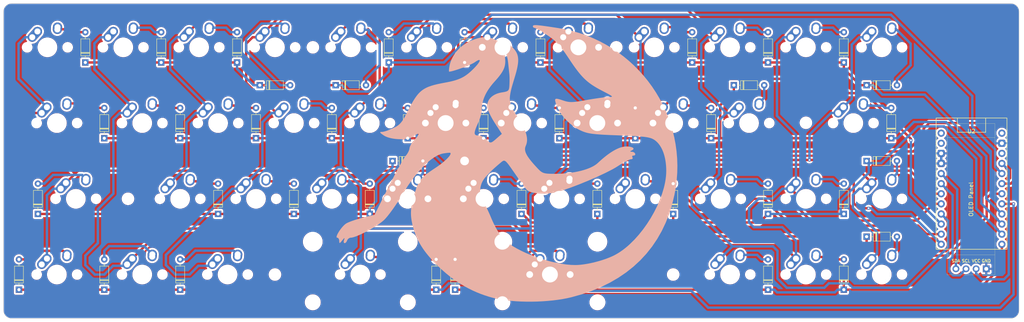
<source format=kicad_pcb>
(kicad_pcb (version 20221018) (generator pcbnew)
  (layers (0 "F.Cu" signal) (31 "B.Cu" signal) (34 "B.Paste" user) (35 "F.Paste" user) (36 "B.SilkS" user "B.Silkscreen") (37 "F.SilkS" user "F.Silkscreen") (38 "B.Mask" user) (39 "F.Mask" user) (44 "Edge.Cuts" user))
  (net 0 "")
  (net 1 "L0")
  (net 2 "Net-(D1-A)")
  (net 3 "Net-(D2-A)")
  (net 4 "Net-(D3-A)")
  (net 5 "Net-(D4-A)")
  (net 6 "Net-(D5-A)")
  (net 7 "Net-(D6-A)")
  (net 8 "L1")
  (net 9 "Net-(D7-A)")
  (net 10 "Net-(D8-A)")
  (net 11 "Net-(D9-A)")
  (net 12 "Net-(D10-A)")
  (net 13 "Net-(D11-A)")
  (net 14 "Net-(D12-A)")
  (net 15 "L2")
  (net 16 "Net-(D13-A)")
  (net 17 "Net-(D14-A)")
  (net 18 "Net-(D15-A)")
  (net 19 "Net-(D16-A)")
  (net 20 "Net-(D17-A)")
  (net 21 "Net-(D18-A)")
  (net 22 "L3")
  (net 23 "Net-(D19-A)")
  (net 24 "Net-(D20-A)")
  (net 25 "Net-(D21-A)")
  (net 26 "Net-(D22-A)")
  (net 27 "Net-(D23-A)")
  (net 28 "L4")
  (net 29 "Net-(D24-A)")
  (net 30 "Net-(D25-A)")
  (net 31 "Net-(D26-A)")
  (net 32 "Net-(D27-A)")
  (net 33 "Net-(D28-A)")
  (net 34 "L5")
  (net 35 "Net-(D29-A)")
  (net 36 "Net-(D30-A)")
  (net 37 "Net-(D31-A)")
  (net 38 "Net-(D32-A)")
  (net 39 "Net-(D33-A)")
  (net 40 "Net-(D34-A)")
  (net 41 "L6")
  (net 42 "Net-(D35-A)")
  (net 43 "Net-(D36-A)")
  (net 44 "Net-(D37-A)")
  (net 45 "Net-(D38-A)")
  (net 46 "L7")
  (net 47 "Net-(D39-A)")
  (net 48 "Net-(D40-A)")
  (net 49 "Net-(D41-A)")
  (net 50 "Net-(D42-A)")
  (net 51 "GND")
  (net 52 "Net-(U1-D1)")
  (net 53 "Net-(U1-D0)")
  (net 56 "VCC")
  (net 57 "C0")
  (net 58 "C1")
  (net 59 "C2")
  (net 60 "C3")
  (net 61 "C4")
  (net 62 "C5")
  (footprint "Diode_THT:D_DO-35_SOD27_P7.62mm_Horizontal" (layer "F.Cu") (at 124.275 153.81 90)
    (fp_text reference "D14" hide)
    (fp_text value "1N4148" hide)
  )
  (footprint "_mx:MX-Alps-Hybrid-1.25U" (layer "F.Cu") (at 260.0063 169.05)
    (fp_text reference "MX32")
    (fp_text value "MX")
  )
  (footprint "_mx:MX-Alps-Hybrid-1U" (layer "F.Cu") (at 210 150)
    (fp_text reference "MX19")
    (fp_text value "MX")
  )
  (footprint "PCM_marbastlib-xp-promicroish:ProMicro_USBup" (layer "F.Cu") (at 323.03 166.51)
    (fp_text reference "U1" hide)
    (fp_text value "ProMicro" hide)
  )
  (footprint "_mx:MX-Alps-Hybrid-1U" (layer "F.Cu") (at 90.9375 130.95)
    (fp_text reference "MX1")
    (fp_text value "MX")
  )
  (footprint "Diode_THT:D_DO-35_SOD27_P7.62mm_Horizontal" (layer "F.Cu") (at 290.9625 191.91 90)
    (fp_text reference "D41" hide)
    (fp_text value "1N4148" hide)
  )
  (footprint "Diode_THT:D_DO-35_SOD27_P7.62mm_Horizontal" (layer "F.Cu") (at 252.8625 134.76 90)
    (fp_text reference "D9" hide)
    (fp_text value "1N4148" hide)
  )
  (footprint "Diode_THT:D_DO-35_SOD27_P7.62mm_Horizontal" (layer "F.Cu") (at 133.8 172.86 90)
    (fp_text reference "D25" hide)
    (fp_text value "1N4148" hide)
  )
  (footprint "_mx:MX-Alps-Hybrid-1U" (layer "F.Cu") (at 200.475 169.05)
    (fp_text reference "MX29")
    (fp_text value "MX")
  )
  (footprint "_mx:MX-Alps-Hybrid-1.25U" (layer "F.Cu") (at 136.1813 188.1)
    (fp_text reference "MX37")
    (fp_text value "MX")
  )
  (footprint "_mx:MX-Alps-Hybrid-1U" (layer "F.Cu") (at 243.3375 130.95)
    (fp_text reference "MX9")
    (fp_text value "MX")
  )
  (footprint "Diode_THT:D_DO-35_SOD27_P7.62mm_Horizontal" (layer "F.Cu") (at 143.325 153.81 90)
    (fp_text reference "D15" hide)
    (fp_text value "1N4148" hide)
  )
  (footprint "Diode_THT:D_DO-35_SOD27_P7.62mm_Horizontal" (layer "F.Cu") (at 193.3313 191.91 90)
    (fp_text reference "D39" hide)
    (fp_text value "1N4148" hide)
  )
  (footprint "_mx:MX-Alps-Hybrid-1U" (layer "F.Cu") (at 109.9875 130.95)
    (fp_text reference "MX2")
    (fp_text value "MX")
  )
  (footprint "_mx:MX-Alps-Hybrid-1U" (layer "F.Cu") (at 190.95 150)
    (fp_text reference "MX18")
    (fp_text value "MX")
  )
  (footprint "MountingHole:MountingHole_2.2mm_M2" (layer "F.Cu") (at 281.4375 149.925)
    (fp_text reference "H5" hide)
    (fp_text value "MountingHole" hide)
  )
  (footprint "Diode_THT:D_DO-35_SOD27_P7.62mm_Horizontal" (layer "F.Cu") (at 144.2775 140.475)
    (fp_text reference "D4" hide)
    (fp_text value "1N4148" hide)
  )
  (footprint "Diode_THT:D_DO-35_SOD27_P7.62mm_Horizontal" (layer "F.Cu") (at 229.05 172.86 90)
    (fp_text reference "D30" hide)
    (fp_text value "1N4148" hide)
  )
  (footprint "_mx:MX-Alps-Hybrid-1U" (layer "F.Cu") (at 181.425 169.05)
    (fp_text reference "MX28")
    (fp_text value "MX")
  )
  (footprint "_mx:MX-Alps-Hybrid-1U" (layer "F.Cu") (at 224.2875 130.95)
    (fp_text reference "MX8")
    (fp_text value "MX")
  )
  (footprint "Diode_THT:D_DO-35_SOD27_P7.62mm_Horizontal" (layer "F.Cu") (at 181.425 153.81 90)
    (fp_text reference "D17" hide)
    (fp_text value "1N4148" hide)
  )
  (footprint "_mx:MX-Alps-Hybrid-1U" (layer "F.Cu") (at 300.4875 130.95)
    (fp_text reference "MX12")
    (fp_text value "MX")
  )
  (footprint "_mx:MX-Alps-Hybrid-1U" (layer "F.Cu") (at 300.4875 188.1)
    (fp_text reference "MX42")
    (fp_text value "MX")
  )
  (footprint "Diode_THT:D_DO-35_SOD27_P7.62mm_Horizontal" (layer "F.Cu") (at 124.275 191.91 90)
    (fp_text reference "D37" hide)
    (fp_text value "1N4148" hide)
  )
  (footprint "Diode_THT:D_DO-35_SOD27_P7.62mm_Horizontal" (layer "F.Cu") (at 188.5688 191.91 90)
    (fp_text reference "D38" hide)
    (fp_text value "1N4148" hide)
  )
  (footprint "MountingHole:MountingHole_2.2mm_M2" (layer "F.Cu") (at 111.1781 169.05)
    (fp_text reference "H3" hide)
    (fp_text value "MountingHole" hide)
  )
  (footprint "Diode_THT:D_DO-35_SOD27_P7.62mm_Horizontal" (layer "F.Cu") (at 177.615 159.525)
    (fp_text reference "D28" hide)
    (fp_text value "1N4148" hide)
  )
  (footprint "_mx:MX-Alps-Hybrid-1U" (layer "F.Cu") (at 238.575 169.05)
    (fp_text reference "MX31")
    (fp_text value "MX")
  )
  (footprint "Diode_THT:D_DO-35_SOD27_P7.62mm_Horizontal" (layer "F.Cu") (at 290.9625 172.86 90)
    (fp_text reference "D33" hide)
    (fp_text value "1N4148" hide)
  )
  (footprint "Diode_THT:D_DO-35_SOD27_P7.62mm_Horizontal" (layer "F.Cu") (at 271.9125 172.86 90)
    (fp_text reference "D32" hide)
    (fp_text value "1N4148" hide)
  )
  (footprint "_mx:MX-Alps-Hybrid-1U" (layer "F.Cu") (at 281.4375 188.1)
    (fp_text reference "MX41")
    (fp_text value "MX")
  )
  (footprint "Diode_THT:D_DO-35_SOD27_P7.62mm_Horizontal" (layer "F.Cu") (at 296.6775 159.525)
    (fp_text reference "D34" hide)
    (fp_text value "1N4148" hide)
  )
  (footprint "Diode_THT:D_DO-35_SOD27_P7.62mm_Horizontal" (layer "F.Cu") (at 105.225 153.81 90)
    (fp_text reference "D13" hide)
    (fp_text value "1N4148" hide)
  )
  (footprint "_mx:MX-Alps-Hybrid-1U" (layer "F.Cu") (at 262.3875 130.95)
    (fp_text reference "MX10")
    (fp_text value "MX")
  )
  (footprint "_mx:MX-Alps-Hybrid-1U" (layer "F.Cu") (at 167.1375 130.95)
    (fp_text reference "MX5")
    (fp_text value "MX")
  )
  (footprint "_mx:MX-Alps-Hybrid-1U" (layer "F.Cu") (at 262.3875 188.1)
    (fp_text reference "MX40")
    (fp_text value "MX")
  )
  (footprint "_mx:MX-Alps-Hybrid-1.25U" (layer "F.Cu") (at 93.3188 150)
    (fp_text reference "MX13")
    (fp_text value "MX")
  )
  (footprint "_mx:MX-Alps-Hybrid-1.25U" (layer "F.Cu") (at 93.3188 188.1)
    (fp_text reference "MX35")
    (fp_text value "MX")
  )
  (footprint "Diode_THT:D_DO-35_SOD27_P7.62mm_Horizontal" (layer "F.Cu") (at 296.6775 140.475)
    (fp_text reference "D12" hide)
    (fp_text value "1N4148" hide)
  )
  (footprint "_mx:MX-Alps-Hybrid-1U" (layer "F.Cu") (at 143.325 169.05)
    (fp_text reference "MX26")
    (fp_text value "MX")
  )
  (footprint "Diode_THT:D_DO-35_SOD27_P7.62mm_Horizontal" (layer "F.Cu") (at 219.525 153.81 90)
    (fp_text reference "D19" hide)
    (fp_text value "1N4148" hide)
  )
  (footprint "Diode_THT:D_DO-35_SOD27_P7.62mm_Horizontal" (layer "F.Cu") (at 210 172.86 90)
    (fp_text reference "D29" hide)
    (fp_text value "1N4148" hide)
  )
  (footprint "Diode_THT:D_DO-35_SOD27_P7.62mm_Horizontal" (layer "F.Cu") (at 271.9125 191.91 90)
    (fp_text reference "D40" hide)
    (fp_text value "1N4148" hide)
  )
  (footprint "Diode_THT:D_DO-35_SOD27_P7.62mm_Horizontal" (layer "F.Cu") (at 138.5625 134.76 90)
    (fp_text reference "D3" hide)
    (fp_text value "1N4148" hide)
  )
  (footprint "_mx:MX-Alps-Hybrid-1U" (layer "F.Cu") (at 171.9 150)
    (fp_text reference "MX17")
    (fp_text value "MX")
  )
  (footprint "Diode_THT:D_DO-35_SOD27_P7.62mm_Horizontal" (layer "F.Cu") (at 296.6775 178.575)
    (fp_text reference "D42" hide)
    (fp_text value "1N4148" hide)
  )
  (footprint "_mx:MX-Alps-Hybrid-2.75U-ReversedStabilizers" (layer "F.Cu") (at 217.1438 188.1)
    (fp_text reference "MX39")
    (fp_text value "MX")
  )
  (footprint "_mx:MX-Alps-Hybrid-1U" (layer "F.Cu") (at 205.2375 130.95)
    (fp_text reference "MX7")
    (fp_text value "MX")
  )
  (footprint "Diode_THT:D_DO-35_SOD27_P7.62mm_Horizontal" (layer "F.Cu") (at 88.5563 172.86 90)
    (fp_text reference "D24" hide)
    (fp_text value "1N4148" hide)
  )
  (footprint "_mx:MX-Alps-Hybrid-1U" (layer "F.Cu") (at 124.275 169.05)
    (fp_text reference "MX25")
    (fp_text value "MX")
  )
  (footprint "_mx:MX-Alps-Hybrid-1U" (layer "F.Cu") (at 248.1 150)
    (fp_text reference "MX21")
    (fp_text value "MX")
  )
  (footprint "MountingHole:MountingHole_2.2mm_M2" (layer "F.Cu") (at 148.0875 188.1)
    (fp_text reference "H4" hide)
    (fp_text value "MountingHole" hide)
  )
  (footprint "_mx:MX-Alps-Hybrid-1.75U" (layer "F.Cu") (at 98.0813 169.05)
    (fp_text reference "MX24")
    (fp_text value "MX")
  )
  (footprint "Diode_THT:D_DO-35_SOD27_P7.62mm_Horizontal" (layer "F.Cu") (at 100.4625 134.76 90)
    (fp_text reference "D1" hide)
    (fp_text value "1N4148" hide)
  )
  (footprint "_mx:MX-Alps-Hybrid-1U" (layer "F.Cu") (at 186.1875 130.95)
    (fp_text reference "MX6")
    (fp_text value "MX")
  )
  (footprint "Diode_THT:D_DO-35_SOD27_P7.62mm_Horizontal" (layer "F.Cu") (at 214.7625 134.76 90)
    (fp_text reference "D8" hide)
    (fp_text value "1N4148" hide)
  )
  (footprint "Diode_THT:D_DO-35_SOD27_P7.62mm_Horizontal" (layer "F.Cu") (at 195.7125 134.76 90)
    (fp_text reference "D7" hide)
    (fp_text value "1N4148" hide)
  )
  (footprint "_mx:MX-Alps-Hybrid-1U" (layer "F.Cu") (at 114.75 188.1)
    (fp_text reference "MX36")
    (fp_text value "MX")
  )
  (footprint "_oled:SSD1306-0.91-OLED-4pin-128x32" (layer "F.Cu") (at 328.915 150.165 -90)
    (fp_text reference "U2")
    (fp_text value "SSD1306")
  )
  (footprint "_mx:MX-Alps-Hybrid-2.25U-ReversedStabilizers" (layer "F.Cu") (at 169.5188 188.1)
    (fp_text reference "MX38")
    (fp_text value "MX")
  )
  (footprint "Diode_THT:D_DO-35_SOD27_P7.62mm_Horizontal" (layer "F.Cu") (at 290.9625 134.76 90)
    (fp_text reference "D11" hide)
    (fp_text value "1N4148" hide)
  )
  (footprint "_mx:MX-Alps-Hybrid-1U" (layer "F.Cu") (at 219.525 169.05)
    (fp_text reference "MX30")
    (fp_text value "MX")
  )
  (footprint "_mx:MX-Alps-Hybrid-1U" (layer "F.Cu") (at 281.4375 169.05)
    (fp_text reference "MX33")
    (fp_text value "MX")
  )
  (footprint "Diode_THT:D_DO-35_SOD27_P7.62mm_Horizontal" (layer "F.Cu") (at 162.375 153.81 90)
    (fp_text reference "D16" hide)
    (fp_text value "1N4148" hide)
  )
  (footprint "Diode_THT:D_DO-35_SOD27_P7.62mm_Horizontal" (layer "F.Cu") (at 105.225 191.91 90)
    (fp_text reference "D36" hide)
    (fp_text value "1N4148" hide)
  )
  (footprint "_mx:MX-Alps-Hybrid-1.75U" (layer "F.Cu") (at 293.3438 150)
    (fp_text reference "MX23")
    (fp_text value "MX")
  )
  (footprint "_mx:MX-Alps-Hybrid-1U" (layer "F.Cu") (at 229.05 150)
    (fp_text reference "MX20")
    (fp_text value "MX")
  )
  (footprint "Diode_THT:D_DO-35_SOD27_P7.62mm_Horizontal" (layer "F.Cu") (at 257.625 153.81 90)
    (fp_text reference "D21" hide)
    (fp_text value "1N4148" hide)
  )
  (footprint "_mx:MX-Alps-Hybrid-1U" (layer "F.Cu") (at 300.4875 169.05)
    (fp_text reference "MX34")
    (fp_text value "MX")
  )
  (footprint "Diode_THT:D_DO-35_SOD27_P7.62mm_Horizontal" (layer "F.Cu") (at 119.5125 134.76 90)
    (fp_text reference "D2" hide)
    (fp_text value "1N4148" hide)
  )
  (footprint "MountingHole:MountingHole_2.2mm_M2" (layer "F.Cu") (at 248.1 188.1)
    (fp_text reference "H6" hide)
    (fp_text value "MountingHole" hide)
  )
  (footprint "_mx:MX-Alps-Hybrid-1U" (layer "F.Cu") (at 148.0875 130.95)
    (fp_text reference "MX4")
    (fp_text value "MX")
  )
  (footprint "_mx:MX-Alps-Hybrid-1U" (layer "F.Cu") (at 267.15 150)
    (fp_text reference "MX22")
    (fp_text value "MX")
  )
  (footprint "_mx:MX-Alps-Hybrid-1U" (layer "F.Cu") (at 281.4375 130.95)
    (fp_text reference "MX11")
    (fp_text value "MX")
  )
  (footprint "_mx:MX-Alps-Hybrid-1U" (layer "F.Cu") (at 162.375 169.05)
    (fp_text reference "MX27")
    (fp_text value "MX")
  )
  (footprint "Diode_THT:D_DO-35_SOD27_P7.62mm_Horizontal" (layer "F.Cu") (at 200.475 153.81 90)
    (fp_text reference "D18" hide)
    (fp_text value "1N4148" hide)
  )
  (footprint "_mx:MX-Alps-Hybrid-1U" (layer "F.Cu") (at 129.0375 130.95)
    (fp_text reference "MX3")
    (fp_text value "MX")
  )
  (footprint "Diode_THT:D_DO-35_SOD27_P7.62mm_Horizontal" (layer "F.Cu") (at 83.7938 191.91 90)
    (fp_text reference "D35" hide)
    (fp_text value "1N4148" hide)
  )
  (footprint "Diode_THT:D_DO-35_SOD27_P7.62mm_Horizontal" (layer "F.Cu") (at 152.85 172.86 90)
    (fp_text reference "D26" hide)
    (fp_text value "1N4148" hide)
  )
  (footprint "_mx:MX-Alps-Hybrid-1U" (layer "F.Cu") (at 152.85 150)
    (fp_text reference "MX16")
    (fp_text value "MX")
  )
  (footprint "Diode_THT:D_DO-35_SOD27_P7.62mm_Horizontal" (layer "F.Cu") (at 271.9125 134.76 90)
    (fp_text reference "D10" hide)
    (fp_text value "1N4148" hide)
  )
  (footprint "MountingHole:MountingHole_2.2mm_M2" (layer "F.Cu") (at 195.7125 159.525)
    (fp_text reference "H1" hide)
    (fp_text value "MountingHole" hide)
  )
  (footprint "_mx:MX-Alps-Hybrid-1U" (layer "F.Cu") (at 133.8 150)
    (fp_text reference "MX15")
    (fp_text value "MX")
  )
  (footprint "Diode_THT:D_DO-35_SOD27_P7.62mm_Horizontal" (layer "F.Cu") (at 176.6625 134.76 90)
    (fp_text reference "D6" hide)
    (fp_text value "1N4148" hide)
  )
  (footprint "Diode_THT:D_DO-35_SOD27_P7.62mm_Horizontal" (layer "F.Cu") (at 263.34 140.475)
    (fp_text reference "D22" hide)
    (fp_text value "1N4148" hide)
  )
  (footprint "Diode_THT:D_DO-35_SOD27_P7.62mm_Horizontal" (layer "F.Cu") (at 171.9 172.86 90)
    (fp_text reference "D27" hide)
    (fp_text value "1N4148" hide)
  )
  (footprint "Diode_THT:D_DO-35_SOD27_P7.62mm_Horizontal" (layer "F.Cu") (at 163.3275 140.475)
    (fp_text reference "D5" hide)
    (fp_text value "1N4148" hide)
  )
  (footprint "MountingHole:MountingHole_2.2mm_M2" (layer "F.Cu") (at 233.8125 130.95)
    (fp_text reference "H7" hide)
    (fp_text value "MountingHole" hide)
  )
  (footprint "Diode_THT:D_DO-35_SOD27_P7.62mm_Horizontal" (layer "F.Cu") (at 248.1 172.86 90)
    (fp_text reference "D31" hide)
    (fp_text value "1N4148" hide)
  )
  (footprint "Diode_THT:D_DO-35_SOD27_P7.62mm_Horizontal" (layer "F.Cu") (at 238.575 153.81 90)
    (fp_text reference "D20" hide)
    (fp_text value "1N4148" hide)
  )
  (footprint "MountingHole:MountingHole_2.2mm_M2" (layer "F.Cu") (at 157.6125 130.95)
    (fp_text reference "H2" hide)
    (fp_text value "MountingHole" hide)
  )
  (footprint "Diode_THT:D_DO-35_SOD27_P7.62mm_Horizontal" (layer "F.Cu") (at 302.8688 153.81 90)
    (fp_text reference "D23" hide)
    (fp_text value "1N4148" hide)
  )
  (footprint "_mx:MX-Alps-Hybrid-1U" (layer "F.Cu") (at 114.75 150)
    (fp_text reference "MX14")
    (fp_text value "MX")
  )
  (gr_poly (pts (xy 213.586747 125.363707) (xy 213.722489 125.36761) (xy 213.87276 125.375151) (xy 214.038178 125.386377) (xy 214.219359 125.401335) (xy 214.416921 125.42007) (xy 214.863659 125.469063) (xy 215.38333 125.533728) (xy 215.980873 125.614439) (xy 216.661227 125.711568) (xy 217.42933 125.82549) (xy 218.290123 125.956576) (xy 219.248544 126.105201) (xy 221.094082 126.44294) (xy 222.89924 126.871861) (xy 224.662031 127.389113) (xy 226.380471 127.991846) (xy 228.052573 128.677209) (xy 229.676353 129.442351) (xy 231.249824 130.284422) (xy 232.771001 131.200569) (xy 234.237898 132.187944) (xy 235.64853 133.243695) (xy 237.00091 134.364971) (xy 238.293055 135.548921) (xy 239.522977 136.792696) (xy 240.688691 138.093443) (xy 241.788212 139.448312) (xy 242.819555 140.854453) (xy 243.780732 142.309015) (xy 244.66976 143.809146) (xy 245.484652 145.351997) (xy 246.223422 146.934716) (xy 246.884086 148.554452) (xy 247.464657 150.208355) (xy 247.963149 151.893575) (xy 248.377579 153.60726) (xy 248.705958 155.346559) (xy 248.946303 157.108622) (xy 249.096628 158.890598) (xy 249.154946 160.689637) (xy 249.119272 162.502886) (xy 248.987621 164.327497) (xy 248.758008 166.160617) (xy 248.428445 167.999397) (xy 247.840358 170.448667) (xy 247.11051 172.791336) (xy 246.23998 175.026323) (xy 245.229848 177.152553) (xy 244.081191 179.168945) (xy 242.79509 181.074423) (xy 241.372623 182.867908) (xy 239.81487 184.548321) (xy 238.12291 186.114586) (xy 236.297821 187.565622) (xy 234.340683 188.900353) (xy 232.252575 190.1177) (xy 230.034576 191.216585) (xy 227.687765 192.19593) (xy 225.213221 193.054657) (xy 222.612024 193.791687) (xy 221.514923 194.04482) (xy 220.350821 194.26633) (xy 219.130277 194.456111) (xy 217.863853 194.614057) (xy 216.562111 194.740063) (xy 215.23561 194.834024) (xy 213.894912 194.895834) (xy 212.550577 194.925388) (xy 211.213168 194.922581) (xy 209.893245 194.887307) (xy 208.601368 194.819461) (xy 207.348099 194.718937) (xy 206.143999 194.585631) (xy 204.999628 194.419436) (xy 203.925549 194.220248) (xy 202.932321 193.987961) (xy 202.932319 193.987963) (xy 202.932318 193.987966) (xy 202.932316 193.987969) (xy 202.932314 193.987972) (xy 202.932312 193.987974) (xy 202.93231 193.987977) (xy 202.932308 193.987979) (xy 202.932306 193.987982) (xy 202.932304 193.987984) (xy 202.932301 193.987985) (xy 202.932299 193.987987) (xy 202.932297 193.987988) (xy 202.932295 193.98799) (xy 202.932294 193.98799) (xy 202.932293 193.987991) (xy 202.932292 193.987991) (xy 202.932291 193.987991) (xy 202.93229 193.987991) (xy 201.840642 193.681239) (xy 200.771341 193.338981) (xy 199.723377 192.960589) (xy 198.695742 192.545439) (xy 197.687427 192.092905) (xy 196.697423 191.602361) (xy 195.724722 191.073182) (xy 194.768315 190.504742) (xy 193.827192 189.896416) (xy 192.900345 189.247577) (xy 191.986766 188.557601) (xy 191.085445 187.825862) (xy 190.195373 187.051733) (xy 189.315543 186.23459) (xy 188.444944 185.373807) (xy 187.582568 184.468757) (xy 187.07181 183.90355) (xy 186.590933 183.343127) (xy 186.139087 182.785918) (xy 185.715422 182.230352) (xy 185.319087 181.674857) (xy 184.94923 181.117862) (xy 184.605002 180.557796) (xy 184.28555 179.993088) (xy 183.990026 179.422168) (xy 183.717577 178.843463) (xy 183.467353 178.255404) (xy 183.238504 177.656417) (xy 183.030177 177.044934) (xy 182.841524 176.419382) (xy 182.671692 175.778191) (xy 182.519832 175.119789) (xy 182.428989 174.663405) (xy 182.355369 174.218178) (xy 182.299346 173.780489) (xy 182.261291 173.346719) (xy 182.241577 172.913252) (xy 182.240575 172.476467) (xy 182.258659 172.032747) (xy 182.2962 171.578474) (xy 182.35357 171.110028) (xy 182.431143 170.623793) (xy 182.529289 170.116149) (xy 182.648382 169.583478) (xy 182.788794 169.022161) (xy 182.950896 168.428581) (xy 183.135062 167.799119) (xy 183.341663 167.130157) (xy 183.506476 166.623735) (xy 183.668816 166.162096) (xy 183.833426 165.739712) (xy 184.005046 165.351053) (xy 184.188418 164.990591) (xy 184.388285 164.652796) (xy 184.609386 164.332141) (xy 184.856466 164.023096) (xy 185.134264 163.720132) (xy 185.447523 163.417721) (xy 185.800984 163.110333) (xy 186.199389 162.792439) (xy 186.64748 162.458512) (xy 187.149998 162.103022) (xy 187.711685 161.720439) (xy 188.337283 161.305237) (xy 188.787687 161.001979) (xy 189.220287 160.696683) (xy 189.632798 160.391649) (xy 190.022932 160.089173) (xy 190.388404 159.791555) (xy 190.726928 159.501092) (xy 191.036218 159.220083) (xy 191.313986 158.950826) (xy 191.557948 158.69562) (xy 191.765816 158.456762) (xy 191.935305 158.236551) (xy 192.064128 158.037285) (xy 192.149999 157.861262) (xy 192.176114 157.782685) (xy 192.190633 157.710781) (xy 192.193271 157.645836) (xy 192.183742 157.588139) (xy 192.16176 157.537976) (xy 192.12704 157.495636) (xy 192.117358 157.489022) (xy 192.10351 157.483258) (xy 192.063783 157.474238) (xy 192.008782 157.468495) (xy 191.939433 157.465947) (xy 191.856658 157.466512) (xy 191.761381 157.470111) (xy 191.654528 157.476662) (xy 191.537021 157.486083) (xy 191.409785 157.498293) (xy 191.273744 157.513212) (xy 190.978941 157.55085) (xy 190.660005 157.598346) (xy 190.324329 157.655052) (xy 190.059098 157.711876) (xy 189.787461 157.788564) (xy 189.509738 157.884796) (xy 189.226249 158.000252) (xy 188.937312 158.134614) (xy 188.643247 158.28756) (xy 188.041012 158.647932) (xy 187.422099 159.078809) (xy 186.789062 159.577636) (xy 186.144458 160.141856) (xy 185.490843 160.768912) (xy 184.830771 161.456247) (xy 184.166798 162.201304) (xy 183.501479 163.001527) (xy 182.837371 163.854359) (xy 182.177028 164.757243) (xy 181.523006 165.707622) (xy 180.877861 166.702939) (xy 180.244148 167.740638) (xy 179.623101 168.760066) (xy 178.970342 169.780142) (xy 178.305406 170.773605) (xy 177.647825 171.713191) (xy 177.017132 172.571638) (xy 176.432861 173.321683) (xy 175.914545 173.936065) (xy 175.686224 174.183862) (xy 175.481716 174.38752) (xy 175.111126 174.711847) (xy 174.670147 175.056622) (xy 174.169515 175.416137) (xy 173.61997 175.784682) (xy 173.032248 176.156549) (xy 172.417087 176.52603) (xy 171.785225 176.887415) (xy 171.1474 177.234997) (xy 170.514348 177.563065) (xy 169.896807 177.865913) (xy 169.305516 178.137831) (xy 168.751211 178.37311) (xy 168.244631 178.566043) (xy 167.796512 178.71092) (xy 167.417593 178.802032) (xy 167.118611 178.833671) (xy 167.085493 178.834572) (xy 167.05211 178.837243) (xy 167.018522 178.841641) (xy 166.984785 178.847722) (xy 166.950958 178.855442) (xy 166.917098 178.864756) (xy 166.849514 178.887993) (xy 166.782494 178.917078) (xy 166.716504 178.951659) (xy 166.652005 178.991383) (xy 166.589461 179.035898) (xy 166.529335 179.08485) (xy 166.472091 179.137886) (xy 166.418191 179.194654) (xy 166.3681 179.2548) (xy 166.322279 179.317971) (xy 166.281193 179.383815) (xy 166.245305 179.451979) (xy 166.229455 179.486821) (xy 166.215077 179.52211) (xy 166.179098 179.610005) (xy 166.141219 179.691608) (xy 166.101705 179.766956) (xy 166.060823 179.83609) (xy 166.018836 179.899048) (xy 165.97601 179.95587) (xy 165.932611 180.006594) (xy 165.888903 180.05126) (xy 165.845151 180.089907) (xy 165.801622 180.122574) (xy 165.758579 180.1493) (xy 165.716289 180.170124) (xy 165.675016 180.185085) (xy 165.635025 180.194223) (xy 165.596582 180.197576) (xy 165.559952 180.195183) (xy 165.5254 180.187085) (xy 165.493192 180.173319) (xy 165.463591 180.153925) (xy 165.436864 180.128943) (xy 165.413276 180.09841) (xy 165.393092 180.062367) (xy 165.376577 180.020852) (xy 165.363996 179.973904) (xy 165.355615 179.921563) (xy 165.351698 179.863868) (xy 165.352511 179.800858) (xy 165.358318 179.732571) (xy 165.369387 179.659048) (xy 165.38598 179.580327) (xy 165.408364 179.496447) (xy 165.436803 179.407448) (xy 165.475265 179.293042) (xy 165.506143 179.194505) (xy 165.529144 179.111908) (xy 165.543976 179.045326) (xy 165.548236 179.018063) (xy 165.550345 178.99483) (xy 165.550264 178.975639) (xy 165.547957 178.960496) (xy 165.543389 178.949412) (xy 165.536521 178.942395) (xy 165.527318 178.939456) (xy 165.515743 178.940602) (xy 165.501759 178.945843) (xy 165.48533 178.955189) (xy 165.466419 178.968648) (xy 165.444989 178.98623) (xy 165.394426 179.033798) (xy 165.333349 179.097967) (xy 165.261465 179.178809) (xy 165.17848 179.276398) (xy 165.084101 179.390807) (xy 164.978036 179.52211) (xy 164.861221 179.666736) (xy 164.757247 179.792497) (xy 164.665361 179.899508) (xy 164.584809 179.987884) (xy 164.514837 180.05774) (xy 164.483583 180.085759) (xy 164.454691 180.109191) (xy 164.428068 180.12805) (xy 164.403618 180.142352) (xy 164.381248 180.15211) (xy 164.360864 180.157339) (xy 164.342371 180.158053) (xy 164.325674 180.154266) (xy 164.310681 180.145994) (xy 164.297296 180.13325) (xy 164.285426 180.116049) (xy 164.274975 180.094404) (xy 164.26585 180.068332) (xy 164.257957 180.037845) (xy 164.251202 180.002959) (xy 164.245489 179.963687) (xy 164.236817 179.872045) (xy 164.231187 179.763035) (xy 164.227845 179.636772) (xy 164.223732 179.554954) (xy 164.214823 179.475429) (xy 164.201372 179.398611) (xy 164.183631 179.32491) (xy 164.161855 179.254739) (xy 164.136295 179.188509) (xy 164.107206 179.126632) (xy 164.07484 179.06952) (xy 164.039451 179.017584) (xy 164.001291 178.971238) (xy 163.960614 178.930892) (xy 163.939411 178.913097) (xy 163.917673 178.896958) (xy 163.895433 178.882524) (xy 163.872721 178.869847) (xy 163.84957 178.85898) (xy 163.826011 178.849973) (xy 163.802076 178.842878) (xy 163.777796 178.837747) (xy 163.753204 178.83463) (xy 163.72833 178.83358) (xy 163.66901 178.825682) (xy 163.623281 178.802559) (xy 163.590611 178.765072) (xy 163.570466 178.714077) (xy 163.562316 178.650433) (xy 163.565625 178.575) (xy 163.579863 178.488634) (xy 163.604495 178.392196) (xy 163.638989 178.286543) (xy 163.682813 178.172533) (xy 163.796317 177.92288) (xy 163.940745 177.650104) (xy 164.111835 177.361072) (xy 164.305324 177.062653) (xy 164.516951 176.761715) (xy 164.742452 176.465125) (xy 164.977566 176.179751) (xy 165.218031 175.912461) (xy 165.459584 175.670122) (xy 165.579437 175.560456) (xy 165.697964 175.459604) (xy 165.814631 175.368423) (xy 165.928906 175.287773) (xy 166.049508 175.214138) (xy 166.198048 175.134664) (xy 166.372424 175.050099) (xy 166.57053 174.961191) (xy 167.02952 174.77334) (xy 167.558185 174.5771) (xy 168.139691 174.378458) (xy 168.757206 174.1834) (xy 169.393896 173.997914) (xy 170.032929 173.827987) (xy 173.109753 173.051498) (xy 176.57927 166.122299) (xy 177.995826 163.355115) (xy 179.288024 160.943001) (xy 179.842892 159.951114) (xy 180.313154 159.145217) (xy 180.680971 158.557717) (xy 180.928504 158.221023) (xy 181.018466 158.117265) (xy 181.106589 158.007133) (xy 181.192388 157.891592) (xy 181.275379 157.771609) (xy 181.355074 157.64815) (xy 181.43099 157.522179) (xy 181.502639 157.394664) (xy 181.569538 157.266571) (xy 181.6312 157.138864) (xy 181.687139 157.012511) (xy 181.736871 156.888477) (xy 181.77991 156.767728) (xy 181.81577 156.65123) (xy 181.843966 156.539948) (xy 181.864012 156.43485) (xy 181.875423 156.3369) (xy 181.889106 156.236852) (xy 181.915826 156.125602) (xy 181.954873 156.004322) (xy 182.005537 155.874186) (xy 182.067106 155.736367) (xy 182.13887 155.592038) (xy 182.220119 155.442371) (xy 182.310143 155.288541) (xy 182.408231 155.131721) (xy 182.513673 154.973082) (xy 182.625758 154.813799) (xy 182.743776 154.655044) (xy 182.867016 154.49799) (xy 182.994768 154.343811) (xy 183.126322 154.19368) (xy 183.260967 154.048769) (xy 183.499365 153.79218) (xy 183.699956 153.560438) (xy 183.863257 153.354349) (xy 183.989786 153.174716) (xy 184.039422 153.095073) (xy 184.08006 153.022346) (xy 184.111763 152.956636) (xy 184.134597 152.898042) (xy 184.148625 152.846667) (xy 184.153914 152.80261) (xy 184.150526 152.765972) (xy 184.138528 152.736854) (xy 184.117984 152.715356) (xy 184.088958 152.70158) (xy 184.051515 152.695624) (xy 184.00572 152.697591) (xy 183.951637 152.70758) (xy 183.889332 152.725693) (xy 183.818869 152.75203) (xy 183.740312 152.786691) (xy 183.653726 152.829777) (xy 183.559176 152.881389) (xy 183.346443 153.010592) (xy 183.10263 153.175106) (xy 182.828254 153.375734) (xy 182.693305 153.467923) (xy 182.541909 153.553332) (xy 182.375095 153.631994) (xy 182.193892 153.703943) (xy 181.792439 153.827841) (xy 181.345785 153.925297) (xy 180.862165 153.996586) (xy 180.349814 154.041978) (xy 179.816966 154.061748) (xy 179.271858 154.056167) (xy 178.722725 154.025509) (xy 178.177801 153.970047) (xy 177.645322 153.890052) (xy 177.133522 153.785799) (xy 176.650638 153.657559) (xy 176.204903 153.505605) (xy 175.804554 153.33021) (xy 175.623972 153.233807) (xy 175.457825 153.131647) (xy 175.261736 153.000372) (xy 175.089108 152.88158) (xy 174.939642 152.774711) (xy 174.81304 152.679208) (xy 174.709004 152.594515) (xy 174.627236 152.520072) (xy 174.594609 152.48652) (xy 174.567438 152.455322) (xy 174.558704 152.443713) (xy 198.246193 152.443713) (xy 198.246631 152.534116) (xy 198.254351 152.61689) (xy 198.269367 152.692313) (xy 198.291691 152.760663) (xy 198.321336 152.822218) (xy 198.358316 152.877253) (xy 198.402644 152.926048) (xy 198.454332 152.968878) (xy 198.513394 153.006023) (xy 198.579843 153.037758) (xy 198.653692 153.064362) (xy 198.823642 153.103286) (xy 199.023348 153.125012) (xy 199.252916 153.131761) (xy 199.366864 153.136524) (xy 199.486073 153.150497) (xy 199.609565 153.17321) (xy 199.736363 153.204193) (xy 199.865488 153.242975) (xy 199.995964 153.289085) (xy 200.126812 153.342053) (xy 200.257056 153.401407) (xy 200.385716 153.466678) (xy 200.511816 153.537394) (xy 200.634378 153.613085) (xy 200.752424 153.693281) (xy 200.864977 153.77751) (xy 200.971058 153.865302) (xy 201.069691 153.956186) (xy 201.159898 154.049692) (xy 201.34287 154.250294) (xy 201.506676 154.423706) (xy 201.582516 154.500119) (xy 201.654912 154.569621) (xy 201.724316 154.632172) (xy 201.791176 154.687734) (xy 201.855941 154.736269) (xy 201.919063 154.77774) (xy 201.980989 154.812107) (xy 202.042171 154.839333) (xy 202.103056 154.85938) (xy 202.164095 154.872208) (xy 202.225738 154.877781) (xy 202.288434 154.87606) (xy 202.352633 154.867007) (xy 202.418784 154.850583) (xy 202.487337 154.826751) (xy 202.558741 154.795472) (xy 202.633446 154.756708) (xy 202.711902 154.710421) (xy 202.794558 154.656572) (xy 202.881863 154.595124) (xy 202.974269 154.526039) (xy 203.072223 154.449278) (xy 203.286576 154.272575) (xy 203.52852 154.064711) (xy 203.801652 153.82538) (xy 203.801515 153.825395) (xy 205.066377 152.712175) (xy 203.227807 149.867571) (xy 203.034449 149.561917) (xy 202.847906 149.254206) (xy 202.498391 148.639658) (xy 202.18551 148.038029) (xy 201.91551 147.46342) (xy 201.798541 147.190654) (xy 201.694635 146.92993) (xy 201.604573 146.683013) (xy 201.529134 146.451663) (xy 201.469101 146.237643) (xy 201.425253 146.042717) (xy 201.398372 145.868647) (xy 201.389238 145.717195) (xy 201.393364 145.555098) (xy 201.405671 145.395568) (xy 201.426053 145.238706) (xy 201.454406 145.084609) (xy 201.490622 144.933377) (xy 201.534596 144.785109) (xy 201.586223 144.639902) (xy 201.645396 144.497857) (xy 201.712011 144.359071) (xy 201.78596 144.223644) (xy 201.867138 144.091674) (xy 201.95544 143.96326) (xy 202.050759 143.838501) (xy 202.152991 143.717496) (xy 202.262028 143.600344) (xy 202.377766 143.487142) (xy 202.500098 143.377991) (xy 202.628919 143.272989) (xy 202.764124 143.172235) (xy 202.905605 143.075827) (xy 203.053258 142.983864) (xy 203.206976 142.896446) (xy 203.366654 142.81367) (xy 203.532186 142.735637) (xy 203.703467 142.662443) (xy 203.88039 142.594189) (xy 204.06285 142.530974) (xy 204.250741 142.472895) (xy 204.443957 142.420052) (xy 204.642392 142.372543) (xy 204.845941 142.330467) (xy 205.054498 142.293924) (xy 205.361409 142.243401) (xy 205.632548 142.194377) (xy 205.870247 142.144479) (xy 206.076839 142.091336) (xy 206.169199 142.062806) (xy 206.254657 142.032575) (xy 206.333504 142.000346) (xy 206.406033 141.965823) (xy 206.472534 141.928709) (xy 206.533299 141.888707) (xy 206.588619 141.845522) (xy 206.638788 141.798857) (xy 206.684095 141.748414) (xy 206.724832 141.693898) (xy 206.761291 141.635012) (xy 206.793764 141.571459) (xy 206.822542 141.502943) (xy 206.847917 141.429167) (xy 206.87018 141.349834) (xy 206.889623 141.264649) (xy 206.921213 141.075534) (xy 206.945022 140.859449) (xy 206.963382 140.614021) (xy 206.978624 140.336879) (xy 206.992997 139.984189) (xy 207.002351 139.618944) (xy 207.006774 139.251728) (xy 207.006354 138.893125) (xy 207.001177 138.553717) (xy 206.991332 138.244088) (xy 206.976906 137.974821) (xy 206.957986 137.756499) (xy 206.826298 136.526917) (xy 206.653657 134.859679) (xy 206.60341 134.446343) (xy 206.53778 134.030164) (xy 206.459546 133.622436) (xy 206.371482 133.234456) (xy 206.276367 132.877517) (xy 206.176977 132.562915) (xy 206.126547 132.42502) (xy 206.076089 132.301945) (xy 206.025951 132.195102) (xy 205.97648 132.105903) (xy 205.913241 132.00654) (xy 205.884326 131.964147) (xy 205.857203 131.92667) (xy 205.831863 131.894153) (xy 205.808298 131.866639) (xy 205.786498 131.844172) (xy 205.766457 131.826794) (xy 205.748164 131.814549) (xy 205.731612 131.80748) (xy 205.723986 131.8059) (xy 205.716791 131.805631) (xy 205.710028 131.806677) (xy 205.703695 131.809044) (xy 205.69779 131.812738) (xy 205.692313 131.817763) (xy 205.682637 131.831832) (xy 205.67466 131.851293) (xy 205.668371 131.876189) (xy 205.663764 131.906565) (xy 205.660829 131.942463) (xy 205.659557 131.983927) (xy 205.659941 132.031) (xy 205.661971 132.083724) (xy 205.66564 132.142144) (xy 205.677857 132.276244) (xy 205.696524 132.433644) (xy 205.721573 132.614691) (xy 205.752936 132.81973) (xy 205.790544 133.04911) (xy 205.859993 133.511144) (xy 205.906598 133.946369) (xy 205.928722 134.358978) (xy 205.924729 134.75316) (xy 205.892981 135.133107) (xy 205.866187 135.319053) (xy 205.831841 135.503011) (xy 205.789738 135.685506) (xy 205.739674 135.867062) (xy 205.681444 136.048203) (xy 205.614843 136.229452) (xy 205.539666 136.411334) (xy 205.45571 136.594372) (xy 205.26064 136.966013) (xy 205.027994 137.348566) (xy 204.756138 137.746222) (xy 204.443434 138.163173) (xy 204.088245 138.603609) (xy 203.688935 139.071722) (xy 203.243867 139.571704) (xy 202.846029 140.024625) (xy 202.475294 140.474996) (xy 202.131457 140.923277) (xy 201.814309 141.369932) (xy 201.523644 141.815421) (xy 201.259256 142.260207) (xy 201.020936 142.70475) (xy 200.808478 143.149512) (xy 200.621675 143.594956) (xy 200.460319 144.041542) (xy 200.324205 144.489732) (xy 200.213124 144.939989) (xy 200.126871 145.392772) (xy 200.065237 145.848546) (xy 200.028016 146.30777) (xy 200.015001 146.770906) (xy 200.010031 146.904751) (xy 199.995958 147.05521) (xy 199.97325 147.220635) (xy 199.942373 147.399379) (xy 199.903794 147.589795) (xy 199.85798 147.790236) (xy 199.805398 147.999054) (xy 199.746514 148.214603) (xy 199.611708 148.659305) (xy 199.457298 149.111164) (xy 199.373908 149.335659) (xy 199.287017 149.557002) (xy 199.197092 149.773547) (xy 199.1046 149.983644) (xy 198.897233 150.448087) (xy 198.718263 150.866481) (xy 198.567794 151.241046) (xy 198.445931 151.574002) (xy 198.352779 151.867567) (xy 198.288442 152.123962) (xy 198.253024 152.345405) (xy 198.246193 152.443713) (xy 174.558704 152.443713) (xy 174.545684 152.426408) (xy 174.529311 152.399708) (xy 174.518281 152.375152) (xy 174.512558 152.352671) (xy 174.512103 152.332195) (xy 174.51688 152.313655) (xy 174.526851 152.29698) (xy 174.54198 152.282101) (xy 174.562228 152.268949) (xy 174.587558 152.257453) (xy 174.617934 152.247543) (xy 174.653318 152.239151) (xy 174.73896 152.226639) (xy 174.844187 152.219359) (xy 174.968701 152.216753) (xy 175.069335 152.211501) (xy 175.187159 152.19671) (xy 175.32071 152.172869) (xy 175.468525 152.140468) (xy 175.629141 152.099995) (xy 175.801095 152.05194) (xy 175.982924 151.996793) (xy 176.173165 151.935043) (xy 176.573031 151.79369) (xy 176.988988 151.631797) (xy 177.409333 151.453278) (xy 177.617493 151.359008) (xy 177.822361 151.262048) (xy 178.121057 151.112559) (xy 178.396887 150.963054) (xy 178.652663 150.810227) (xy 178.891197 150.650771) (xy 179.115299 150.48138) (xy 179.222818 150.391925) (xy 179.327782 150.298747) (xy 179.430545 150.201431) (xy 179.531457 150.099565) (xy 179.63087 149.992735) (xy 179.729135 149.880528) (xy 179.923628 149.638329) (xy 180.117748 149.369662) (xy 180.314304 149.07122) (xy 180.516111 148.739696) (xy 180.725977 148.371783) (xy 180.946716 147.964176) (xy 181.181138 147.513567) (xy 181.432056 147.016649) (xy 181.917017 146.06179) (xy 182.372535 145.207257) (xy 182.80782 144.445991) (xy 183.232086 143.770931) (xy 183.654545 143.175019) (xy 183.867974 142.904536) (xy 184.084407 142.651194) (xy 184.304993 142.414108) (xy 184.530885 142.192397) (xy 184.763234 141.985178) (xy 185.003192 141.791568) (xy 185.251909 141.610686) (xy 185.510538 141.441649) (xy 185.780231 141.283574) (xy 186.062137 141.135579) (xy 186.35741 140.996782) (xy 186.6672 140.866299) (xy 187.33494 140.62675) (xy 188.074567 140.409871) (xy 188.895294 140.208603) (xy 189.806334 140.015888) (xy 190.816898 139.824664) (xy 191.461439 139.702451) (xy 192.06004 139.577055) (xy 192.616849 139.446458) (xy 193.136014 139.308637) (xy 193.621683 139.161575) (xy 194.078005 139.00325) (xy 194.509127 138.831642) (xy 194.919199 138.644733) (xy 195.312369 138.440501) (xy 195.692784 138.216926) (xy 196.064593 137.971989) (xy 196.431944 137.70367) (xy 196.798986 137.409948) (xy 197.169866 137.088804) (xy 197.548734 136.738218) (xy 197.939737 136.356169) (xy 198.279623 136.007179) (xy 198.579105 135.681437) (xy 198.837757 135.38096) (xy 199.055154 135.107762) (xy 199.23087 134.863858) (xy 199.364482 134.651263) (xy 199.455562 134.471993) (xy 199.48502 134.395484) (xy 199.503686 134.328061) (xy 199.511507 134.269978) (xy 199.508429 134.221484) (xy 199.4944 134.182833) (xy 199.469366 134.154276) (xy 199.433273 134.136065) (xy 199.38607 134.128452) (xy 199.327702 134.131688) (xy 199.258117 134.146027) (xy 199.177262 134.171718) (xy 199.085082 134.209015) (xy 198.86654 134.319433) (xy 198.602064 134.479295) (xy 198.291231 134.690615) (xy 198.0635 134.835089) (xy 197.763942 134.997957) (xy 197.402936 135.175394) (xy 196.990858 135.363577) (xy 196.054999 135.756882) (xy 195.039387 136.14728) (xy 194.027043 136.504177) (xy 193.100988 136.79698) (xy 192.696263 136.909787) (xy 192.344244 136.995097) (xy 192.055307 137.049088) (xy 191.839832 137.067935) (xy 191.829792 137.065994) (xy 191.820648 137.060235) (xy 191.812394 137.050754) (xy 191.805023 137.037644) (xy 191.79853 137.021002) (xy 191.792909 137.000922) (xy 191.788153 136.977499) (xy 191.784257 136.95083) (xy 191.779021 136.888128) (xy 191.777152 136.813579) (xy 191.778602 136.727942) (xy 191.783325 136.631979) (xy 191.791271 136.52645) (xy 191.802393 136.412116) (xy 191.816644 136.289739) (xy 191.833976 136.160079) (xy 191.854341 136.023897) (xy 191.87769 135.881953) (xy 191.903977 135.73501) (xy 191.933154 135.583827) (xy 192.046136 135.102939) (xy 192.190783 134.629106) (xy 192.366028 134.163628) (xy 192.570807 133.707806) (xy 192.804055 133.262941) (xy 193.064705 132.830334) (xy 193.351692 132.411287) (xy 193.663951 132.007101) (xy 194.000416 131.619077) (xy 194.360021 131.248515) (xy 194.741701 130.896718) (xy 195.144391 130.564986) (xy 195.567024 130.25462) (xy 196.008536 129.966922) (xy 196.467861 129.703192) (xy 196.943933 129.464732) (xy 197.447557 129.238972) (xy 197.931497 129.040179) (xy 198.397096 128.868264) (xy 198.845699 128.723138) (xy 199.278649 128.604713) (xy 199.69729 128.5129) (xy 200.102966 128.44761) (xy 200.49702 128.408755) (xy 200.880797 128.396246) (xy 201.255639 128.409995) (xy 201.622892 128.449912) (xy 201.983898 128.515909) (xy 202.340002 128.607898) (xy 202.692547 128.725789) (xy 203.042876 128.869494) (xy 203.392335 129.038925) (xy 203.530926 129.108766) (xy 203.6748 129.176648) (xy 203.822822 129.242221) (xy 203.973854 129.305133) (xy 204.280411 129.421565) (xy 204.585385 129.523134) (xy 204.734438 129.567466) (xy 204.879689 129.607028) (xy 205.020001 129.641467) (xy 205.154239 129.670433) (xy 205.281266 129.693574) (xy 205.399947 129.710539) (xy 205.509146 129.720975) (xy 205.607728 129.724532) (xy 205.655655 129.726287) (xy 205.706447 129.731493) (xy 205.816055 129.751914) (xy 205.935402 129.78511) (xy 206.063337 129.830392) (xy 206.198713 129.887072) (xy 206.340379 129.954463) (xy 206.487185 130.031876) (xy 206.637982 130.118623) (xy 206.79162 130.214018) (xy 206.94695 130.317372) (xy 207.102822 130.427997) (xy 207.258086 130.545206) (xy 207.411593 130.668311) (xy 207.562194 130.796623) (xy 207.708738 130.929455) (xy 207.850076 131.066119) (xy 207.998219 131.218879) (xy 208.137428 131.372224) (xy 208.267729 131.52661) (xy 208.389149 131.682494) (xy 208.501717 131.840334) (xy 208.605459 132.000586) (xy 208.700402 132.163708) (xy 208.786574 132.330157) (xy 208.864002 132.500389) (xy 208.932714 132.674862) (xy 208.992736 132.854033) (xy 209.044096 133.038358) (xy 209.086821 133.228296) (xy 209.120938 133.424302) (xy 209.146475 133.626834) (xy 209.163459 133.836349) (xy 209.171917 134.053305) (xy 209.171877 134.278157) (xy 209.163365 134.511363) (xy 209.14641 134.753381) (xy 209.121037 135.004667) (xy 209.087276 135.265678) (xy 208.994693 135.818704) (xy 208.868879 136.416115) (xy 208.710053 137.061568) (xy 208.518433 137.75872) (xy 208.294236 138.511225) (xy 207.725825 140.408798) (xy 207.505997 141.207689) (xy 207.330129 141.922619) (xy 207.198999 142.565566) (xy 207.113388 143.148506) (xy 207.074074 143.683417) (xy 207.081838 144.182276) (xy 207.103618 144.421929) (xy 207.137459 144.65706) (xy 207.241718 145.119746) (xy 207.395393 145.582313) (xy 207.599265 146.056736) (xy 207.854114 146.554993) (xy 208.160718 147.089061) (xy 208.519858 147.670918) (xy 208.932313 148.31254) (xy 209.346865 148.963837) (xy 209.721986 149.583011) (xy 210.058115 150.171574) (xy 210.35569 150.73104) (xy 210.615149 151.262925) (xy 210.836932 151.768742) (xy 211.021476 152.250004) (xy 211.169219 152.708227) (xy 211.280601 153.144923) (xy 211.35606 153.561608) (xy 211.396035 153.959795) (xy 211.400963 154.340998) (xy 211.371283 154.706731) (xy 211.307433 155.058508) (xy 211.209853 155.397844) (xy 211.078981 155.726251) (xy 211.028541 155.845421) (xy 210.98568 155.965283) (xy 210.950544 156.086121) (xy 210.923278 156.208214) (xy 210.904027 156.331845) (xy 210.892935 156.457293) (xy 210.890149 156.584841) (xy 210.895813 156.714769) (xy 210.910072 156.84736) (xy 210.933072 156.982892) (xy 210.964958 157.121649) (xy 211.005874 157.263912) (xy 211.055966 157.40996) (xy 211.115379 157.560076) (xy 211.184258 157.714541) (xy 211.262749 157.873636) (xy 211.350996 158.037642) (xy 211.449145 158.20684) (xy 211.55734 158.381511) (xy 211.675727 158.561937) (xy 211.943657 158.941178) (xy 212.254096 159.34681) (xy 212.608205 159.781085) (xy 213.007145 160.24625) (xy 213.452077 160.744556) (xy 213.944162 161.278251) (xy 214.179968 161.527671) (xy 214.396346 161.747685) (xy 214.598992 161.94012) (xy 214.696945 162.026567) (xy 214.793602 162.106804) (xy 214.889674 162.181059) (xy 214.985873 162.249561) (xy 215.082911 162.312538) (xy 215.181501 162.370218) (xy 215.282355 162.42283) (xy 215.386184 162.470602) (xy 215.4937 162.513762) (xy 215.605617 162.552539) (xy 215.722645 162.58716) (xy 215.845497 162.617855) (xy 215.974885 162.64485) (xy 216.111521 162.668376) (xy 216.256117 162.688659) (xy 216.409386 162.705929) (xy 216.572038 162.720413) (xy 216.744787 162.73234) (xy 217.123422 162.749436) (xy 217.550987 162.759042) (xy 218.033178 162.762985) (xy 218.575693 162.763092) (xy 219.429213 162.748456) (xy 220.273328 162.709041) (xy 221.104561 162.645735) (xy 221.919435 162.559424) (xy 222.714474 162.450996) (xy 223.486201 162.321337) (xy 224.231141 162.171335) (xy 224.945816 162.001877) (xy 225.626751 161.813849) (xy 226.27047 161.608138) (xy 226.873494 161.385632) (xy 227.43235 161.147218) (xy 227.943559 160.893782) (xy 228.403647 160.626211) (xy 228.809135 160.345394) (xy 229.156549 160.052215) (xy 229.697245 159.552861) (xy 230.226825 159.084714) (xy 230.745047 158.647915) (xy 231.251673 158.242603) (xy 231.746462 157.868916) (xy 232.229175 157.526993) (xy 232.699572 157.216974) (xy 233.157413 156.938999) (xy 233.602458 156.693205) (xy 234.034468 156.479732) (xy 234.453202 156.29872) (xy 234.858421 156.150307) (xy 235.249885 156.034632) (xy 235.627354 155.951836) (xy 235.990589 155.902055) (xy 236.339349 155.885431) (xy 236.647013 155.892257) (xy 236.929069 155.912032) (xy 237.184345 155.943703) (xy 237.411669 155.986215) (xy 237.609869 156.038515) (xy 237.777772 156.099548) (xy 237.849996 156.13301) (xy 237.914207 156.16826) (xy 237.970257 156.205167) (xy 238.018001 156.243599) (xy 238.057291 156.283423) (xy 238.087982 156.324509) (xy 238.109927 156.366724) (xy 238.122979 156.409936) (xy 238.126991 156.454015) (xy 238.121818 156.498828) (xy 238.107312 156.544243) (xy 238.083328 156.590129) (xy 238.049718 156.636354) (xy 238.006336 156.682786) (xy 237.953036 156.729294) (xy 237.889671 156.775745) (xy 237.816095 156.822008) (xy 237.732161 156.867952) (xy 237.637722 156.913444) (xy 237.532632 156.958353) (xy 237.501773 156.971223) (xy 237.473455 156.983905) (xy 237.44767 156.996388) (xy 237.424407 157.008662) (xy 237.40366 157.020717) (xy 237.385418 157.032543) (xy 237.369673 157.044129) (xy 237.356417 157.055466) (xy 237.345641 157.066543) (xy 237.337336 157.077349) (xy 237.331493 157.087875) (xy 237.328104 157.098111) (xy 237.327159 157.108046) (xy 237.32865 157.117669) (xy 237.332569 157.126972) (xy 237.338907 157.135943) (xy 237.347654 157.144573) (xy 237.358802 157.152851) (xy 237.372343 157.160766) (xy 237.388268 157.16831) (xy 237.406567 157.175471) (xy 237.427233 157.18224) (xy 237.450256 157.188605) (xy 237.475628 157.194558) (xy 237.50334 157.200087) (xy 237.533383 157.205183) (xy 237.565748 157.209835) (xy 237.600428 157.214033) (xy 237.676693 157.221028) (xy 237.762109 157.226083) (xy 237.839944 157.232178) (xy 237.914488 157.243088) (xy 237.985632 157.258485) (xy 238.053268 157.27804) (xy 238.117285 157.301424) (xy 238.177575 157.32831) (xy 238.234029 157.358369) (xy 238.286537 157.391272) (xy 238.334991 157.426691) (xy 238.379281 157.464297) (xy 238.419298 157.503763) (xy 238.454932 157.544759) (xy 238.486076 157.586957) (xy 238.512618 157.630028) (xy 238.534451 157.673645) (xy 238.551465 157.717479) (xy 238.563551 157.7612) (xy 238.5706 157.804481) (xy 238.572503 157.846994) (xy 238.56915 157.888409) (xy 238.560432 157.928399) (xy 238.546241 157.966635) (xy 238.526466 158.002788) (xy 238.501 158.03653) (xy 238.469732 158.067532) (xy 238.432553 158.095466) (xy 238.389355 158.120005) (xy 238.340028 158.140818) (xy 238.284463 158.157577) (xy 238.222551 158.169955) (xy 238.154182 158.177623) (xy 238.079248 158.180252) (xy 238.054704 158.180852) (xy 238.031206 158.182633) (xy 238.008766 158.185565) (xy 237.987398 158.189619) (xy 237.967115 158.194766) (xy 237.94793 158.200975) (xy 237.929855 158.208218) (xy 237.912904 158.216466) (xy 237.897089 158.225688) (xy 237.882424 158.235856) (xy 237.868921 158.24694) (xy 237.856594 158.25891) (xy 237.845454 158.271737) (xy 237.835517 158.285393) (xy 237.826793 158.299846) (xy 237.819297 158.315069) (xy 237.813041 158.331031) (xy 237.808038 158.347703) (xy 237.804302 158.365056) (xy 237.801844 158.38306) (xy 237.800678 158.401686) (xy 237.800818 158.420905) (xy 237.802275 158.440687) (xy 237.805064 158.461002) (xy 237.809196 158.481821) (xy 237.814685 158.503116) (xy 237.821544 158.524855) (xy 237.829786 158.547011) (xy 237.839423 158.569553) (xy 237.85047 158.592453) (xy 237.862937 158.61568) (xy 237.87684 158.639206) (xy 237.890504 158.662731) (xy 237.902275 158.685959) (xy 237.912176 158.708858) (xy 237.920232 158.731401) (xy 237.926469 158.753556) (xy 237.93091 158.775296) (xy 237.933581 158.796591) (xy 237.934505 158.817411) (xy 237.933709 158.837726) (xy 237.931217 158.857508) (xy 237.927053 158.876727) (xy 237.921243 158.895353) (xy 237.91381 158.913358) (xy 237.90478 158.930711) (xy 237.894177 158.947384) (xy 237.882026 158.963346) (xy 237.868352 158.978569) (xy 237.85318 158.993023) (xy 237.836534 159.006679) (xy 237.818439 159.019507) (xy 237.798919 159.031477) (xy 237.778 159.042561) (xy 237.755707 159.052729) (xy 237.732063 159.061952) (xy 237.707094 159.0702) (xy 237.680824 159.077443) (xy 237.653278 159.083653) (xy 237.624482 159.0888) (xy 237.594458 159.092854) (xy 237.563234 159.095786) (xy 237.530832 159.097567) (xy 237.497278 159.098167) (xy 237.45976 159.10049) (xy 237.415751 159.107381) (xy 237.309113 159.134416) (xy 237.179085 159.178361) (xy 237.027386 159.238306) (xy 236.855736 159.31334) (xy 236.665855 159.402553) (xy 236.459463 159.505033) (xy 236.238279 159.619871) (xy 236.004023 159.746156) (xy 235.758416 159.882976) (xy 235.240025 160.184584) (xy 234.696865 160.51741) (xy 234.142694 160.874168) (xy 233.547549 161.242896) (xy 232.827023 161.648937) (xy 231.075037 162.545416) (xy 229.017154 163.508518) (xy 226.783792 164.483155) (xy 224.505369 165.414241) (xy 222.312302 166.246687) (xy 220.335011 166.925409) (xy 219.468036 167.189907) (xy 218.703912 167.395317) (xy 218.200473 167.504914) (xy 217.674912 167.593327) (xy 217.133294 167.661001) (xy 216.581687 167.708383) (xy 216.026157 167.735921) (xy 215.472771 167.74406) (xy 214.927596 167.733248) (xy 214.396697 167.703932) (xy 213.886143 167.656557) (xy 213.401999 167.591572) (xy 212.950332 167.509422) (xy 212.537209 167.410554) (xy 212.168696 167.295415) (xy 211.850861 167.164453) (xy 211.589769 167.018113) (xy 211.482398 166.939316) (xy 211.391488 166.856842) (xy 211.314518 166.77265) (xy 211.2147 166.654489) (xy 210.952847 166.324903) (xy 210.618592 165.885365) (xy 210.224597 165.353159) (xy 209.783523 164.745567) (xy 209.308032 164.079871) (xy 208.810785 163.373356) (xy 208.304445 162.643303) (xy 207.502532 161.484094) (xy 207.172649 161.016687) (xy 206.883787 160.618937) (xy 206.631177 160.286987) (xy 206.410048 160.016979) (xy 206.215629 159.805059) (xy 206.04315 159.647368) (xy 205.963648 159.587654) (xy 205.887841 159.540051) (xy 205.815135 159.504077) (xy 205.744932 159.47925) (xy 205.676636 159.465088) (xy 205.609652 159.461109) (xy 205.543382 159.466831) (xy 205.47723 159.481771) (xy 205.4106 159.505448) (xy 205.342897 159.53738) (xy 205.201881 159.624079) (xy 205.049414 159.738011) (xy 204.880723 159.87532) (xy 203.968218 160.645422) (xy 203.151895 161.365106) (xy 202.430487 162.035678) (xy 201.802722 162.658449) (xy 201.52356 162.952317) (xy 201.267332 163.234726) (xy 201.033881 163.505838) (xy 200.823047 163.765817) (xy 200.634673 164.014827) (xy 200.468598 164.253032) (xy 200.324665 164.480594) (xy 200.202714 164.697677) (xy 200.054555 165.010771) (xy 199.926427 165.343324) (xy 199.818312 165.691046) (xy 199.730189 166.049649) (xy 199.66204 166.414843) (xy 199.613845 166.782341) (xy 199.585585 167.147852) (xy 199.577239 167.507088) (xy 199.58879 167.855761) (xy 199.620216 168.189581) (xy 199.6715 168.504259) (xy 199.742621 168.795506) (xy 199.83356 169.059034) (xy 199.944298 169.290553) (xy 200.007085 169.392969) (xy 200.074815 169.485775) (xy 200.147484 169.568434) (xy 200.225091 169.640411) (xy 200.301294 169.716227) (xy 200.390628 169.82726) (xy 200.49198 169.971343) (xy 200.604237 170.14631) (xy 200.726285 170.349994) (xy 200.857012 170.580229) (xy 200.995304 170.834849) (xy 201.140046 171.111686) (xy 201.444432 171.723346) (xy 201.761263 172.397878) (xy 202.081632 173.117948) (xy 202.396631 173.866226) (xy 202.737391 174.655806) (xy 203.111778 175.444996) (xy 203.509296 176.215753) (xy 203.91945 176.950031) (xy 204.331744 177.629787) (xy 204.735682 178.236976) (xy 204.931238 178.507719) (xy 205.120769 178.753553) (xy 205.302964 178.972224) (xy 205.47651 179.161476) (xy 206.131128 179.764911) (xy 206.914976 180.366504) (xy 207.813871 180.961106) (xy 208.813629 181.543565) (xy 209.900064 182.108732) (xy 211.058993 182.651456) (xy 212.276232 183.166587) (xy 213.537595 183.648974) (xy 214.828899 184.093467) (xy 216.135959 184.494916) (xy 217.444591 184.84817) (xy 218.740611 185.148079) (xy 220.009834 185.389493) (xy 221.238076 185.567261) (xy 222.411152 185.676233) (xy 223.514879 185.711258) (xy 224.073863 185.695561) (xy 224.668833 185.653342) (xy 225.294147 185.58606) (xy 225.944162 185.495175) (xy 226.613237 185.382145) (xy 227.29573 185.24843) (xy 227.986 185.095489) (xy 228.678403 184.924781) (xy 229.367299 184.737764) (xy 230.047046 184.535899) (xy 230.712001 184.320645) (xy 231.356523 184.09346) (xy 231.974969 183.855803) (xy 232.561699 183.609134) (xy 233.11107 183.354913) (xy 233.617441 183.094597) (xy 234.228714 182.741783) (xy 234.837143 182.351092) (xy 235.441634 181.924331) (xy 236.041099 181.463308) (xy 236.634447 180.969829) (xy 237.220586 180.445702) (xy 238.366879 179.312733) (xy 239.471253 178.078859) (xy 240.524985 176.758537) (xy 241.519349 175.366227) (xy 242.445621 173.916385) (xy 243.295077 172.423471) (xy 244.058992 170.901943) (xy 244.728643 169.366258) (xy 245.295304 167.830875) (xy 245.750252 166.310251) (xy 245.933107 165.559993) (xy 246.084761 164.818846) (xy 246.204125 164.088618) (xy 246.290108 163.371116) (xy 246.341619 162.668148) (xy 246.357568 161.981521) (xy 246.342464 161.302832) (xy 246.301995 160.644274) (xy 246.236621 160.007028) (xy 246.146801 159.392278) (xy 246.032993 158.801204) (xy 245.895658 158.23499) (xy 245.735253 157.694816) (xy 245.552238 157.181865) (xy 245.347072 156.697318) (xy 245.120214 156.242358) (xy 244.872124 155.818168) (xy 244.60326 155.425927) (xy 244.314081 155.06682) (xy 244.005047 154.742027) (xy 243.676616 154.452731) (xy 243.329248 154.200113) (xy 243.124176 154.075742) (xy 242.901735 153.962393) (xy 242.655659 153.859289) (xy 242.379686 153.765649) (xy 242.06755 153.680695) (xy 241.712987 153.603647) (xy 241.309733 153.533728) (xy 240.851524 153.470157) (xy 240.332095 153.412157) (xy 239.745182 153.358947) (xy 239.084521 153.309749) (xy 238.343847 153.263784) (xy 237.516897 153.220273) (xy 236.597406 153.178437) (xy 234.455743 153.096674) (xy 232.210205 153.011521) (xy 230.399169 152.922925) (xy 228.951735 152.821375) (xy 227.797002 152.697363) (xy 227.307242 152.623961) (xy 226.864068 152.541378) (xy 226.458619 152.448425) (xy 226.082032 152.343913) (xy 225.725445 152.226653) (xy 225.379994 152.095457) (xy 224.687051 151.786501) (xy 224.236248 151.555135) (xy 223.789667 151.297255) (xy 223.349131 151.014733) (xy 222.916464 150.709441) (xy 222.493489 150.383249) (xy 222.08203 150.038031) (xy 221.68391 149.675657) (xy 221.300951 149.297999) (xy 220.934979 148.906929) (xy 220.587815 148.504319) (xy 220.261284 148.092041) (xy 219.957208 147.671965) (xy 219.677412 147.245964) (xy 219.423718 146.81591) (xy 219.19795 146.383674) (xy 219.001931 145.951128) (xy 218.838461 145.553537) (xy 218.701393 145.203099) (xy 218.592098 144.898072) (xy 218.511945 144.636715) (xy 218.483224 144.521869) (xy 218.462303 144.417287) (xy 218.449351 144.322752) (xy 218.44454 144.238046) (xy 218.448041 144.162952) (xy 218.460026 144.097252) (xy 218.480665 144.040728) (xy 218.51013 143.993162) (xy 218.548592 143.954337) (xy 218.596221 143.924036) (xy 218.65319 143.90204) (xy 218.719669 143.888132) (xy 218.795829 143.882094) (xy 218.881842 143.883708) (xy 218.977878 143.892758) (xy 219.084109 143.909025) (xy 219.32784 143.962339) (xy 219.614403 144.041911) (xy 219.945168 144.145998) (xy 220.321504 144.272859) (xy 220.634068 144.377416) (xy 220.927688 144.467825) (xy 221.208059 144.544036) (xy 221.480878 144.605997) (xy 221.751841 144.653656) (xy 222.026645 144.686962) (xy 222.310985 144.705863) (xy 222.610558 144.710308) (xy 222.93106 144.700245) (xy 223.278187 144.675623) (xy 223.657636 144.636391) (xy 224.075102 144.582496) (xy 224.536282 144.513887) (xy 225.046873 144.430513) (xy 226.239068 144.219263) (xy 227.067385 144.073019) (xy 227.900917 143.935695) (xy 229.493272 143.700083) (xy 230.206914 143.607935) (xy 230.835413 143.536983) (xy 231.356179 143.490298) (xy 231.746621 143.470949) (xy 232.004865 143.46602) (xy 232.225255 143.458026) (xy 232.40595 143.444959) (xy 232.480836 143.435896) (xy 232.545106 143.424811) (xy 232.59853 143.411454) (xy 232.640879 143.395574) (xy 232.671921 143.376919) (xy 232.691426 143.35524) (xy 232.69678 143.343187) (xy 232.699164 143.330283) (xy 232.694904 143.3018) (xy 232.678415 143.269538) (xy 232.649469 143.233248) (xy 232.607833 143.192676) (xy 232.553278 143.147574) (xy 232.485573 143.097689) (xy 232.404488 143.042771) (xy 232.201255 142.916831) (xy 231.941736 142.767747) (xy 231.624088 142.593509) (xy 231.246467 142.39211) (xy 230.303933 141.899797) (xy 229.601691 141.527602) (xy 228.952575 141.165711) (xy 228.35014 140.807866) (xy 227.787941 140.447811) (xy 227.259531 140.079287) (xy 226.758466 139.696037) (xy 226.278299 139.291805) (xy 225.812586 138.860333) (xy 225.354881 138.395363) (xy 224.898737 137.890639) (xy 224.437711 137.339903) (xy 223.965355 136.736898) (xy 223.475225 136.075367) (xy 222.960876 135.349052) (xy 222.41586 134.551697) (xy 221.833734 133.677043) (xy 221.079889 132.5571) (xy 220.731232 132.060689) (xy 220.397265 131.602188) (xy 220.074875 131.17825) (xy 219.760947 130.785528) (xy 219.452367 130.420674) (xy 219.146021 130.080341) (xy 218.838795 129.761181) (xy 218.527574 129.459849) (xy 218.209244 129.172995) (xy 217.880691 128.897273) (xy 217.538801 128.629335) (xy 217.180459 128.365835) (xy 216.802551 128.103424) (xy 216.401964 127.838756) (xy 215.839018 127.480023) (xy 215.298538 127.145356) (xy 214.793446 126.84208) (xy 214.336666 126.577521) (xy 213.941122 126.359002) (xy 213.619737 126.193849) (xy 213.385435 126.089385) (xy 213.304978 126.062201) (xy 213.251138 126.052936) (xy 213.231259 126.052374) (xy 213.211633 126.050705) (xy 213.192283 126.047957) (xy 213.173236 126.044157) (xy 213.154515 126.039334) (xy 213.136145 126.033515) (xy 213.118152 126.026727) (xy 213.10056 126.018997) (xy 213.083394 126.010354) (xy 213.066679 126.000825) (xy 213.05044 125.990438) (xy 213.034702 125.97922) (xy 213.019489 125.967198) (xy 213.004826 125.954401) (xy 212.990739 125.940856) (xy 212.977251 125.92659) (xy 212.964389 125.911631) (xy 212.952176 125.896006) (xy 212.940638 125.879744) (xy 212.929799 125.862871) (xy 212.919685 125.845415) (xy 212.910319 125.827404) (xy 212.901728 125.808866) (xy 212.893935 125.789828) (xy 212.886967 125.770317) (xy 212.880846 125.750361) (xy 212.875599 125.729987) (xy 212.871251 125.709224) (xy 212.867825 125.688099) (xy 212.865348 125.666639) (xy 212.863843 125.644872) (xy 212.863336 125.622825) (xy 212.866382 125.583676) (xy 212.875931 125.547558) (xy 212.8926 125.514519) (xy 212.903798 125.499169) (xy 212.917008 125.484605) (xy 212.94977 125.457863) (xy 212.991506 125.434339) (xy 213.042831 125.414081) (xy 213.104364 125.397134) (xy 213.176721 125.383545) (xy 213.260521 125.373361) (xy 213.35638 125.366629) (xy 213.464917 125.363396)) (fill solid) (layer "B.SilkS"))
  (gr_line locked (start 81.9375 119.95) (end 332.95 119.95) (stroke (width 0.1)) (layer "Edge.Cuts"))
  (gr_line locked (start 334.95 197.1) (end 334.95 121.95) (stroke (width 0.1)) (layer "Edge.Cuts"))
  (gr_arc locked (start 79.9375 121.95) (mid 80.523286 120.535786) (end 81.9375 119.95) (stroke (width 0.1)) (layer "Edge.Cuts"))
  (gr_arc locked (start 332.95 119.95) (mid 334.364214 120.535786) (end 334.95 121.95) (stroke (width 0.1)) (layer "Edge.Cuts"))
  (gr_line locked (start 79.9375 121.95) (end 79.9375 197.1) (stroke (width 0.1)) (layer "Edge.Cuts"))
  (gr_arc locked (start 334.95 197.1) (mid 334.364214 198.514214) (end 332.95 199.1) (stroke (width 0.1)) (layer "Edge.Cuts"))
  (gr_arc locked (start 81.9375 199.1) (mid 80.523286 198.514214) (end 79.9375 197.1) (stroke (width 0.1)) (layer "Edge.Cuts"))
  (gr_line locked (start 81.9375 199.1) (end 332.95 199.1) (stroke (width 0.1)) (layer "Edge.Cuts"))
  (segment (start 163.3275 140.475) (end 161.7256 140.475) (width 0.6) (layer "F.Cu") (net 1))
  (segment (start 144.2775 140.475) (end 145.8794 140.475) (width 0.6) (layer "F.Cu") (net 1))
  (segment (start 147.4813 142.0769) (end 145.8794 140.475) (width 0.6) (layer "F.Cu") (net 1))
  (segment (start 160.1237 142.0769) (end 147.4813 142.0769) (width 0.6) (layer "F.Cu") (net 1))
  (segment (start 100.4625 134.76) (end 119.5125 134.76) (width 0.6) (layer "F.Cu") (net 1))
  (segment (start 138.5625 134.76) (end 119.5125 134.76) (width 0.6) (layer "F.Cu") (net 1))
  (segment (start 161.7256 140.475) (end 160.1237 142.0769) (width 0.6) (layer "F.Cu") (net 1))
  (segment (start 176.6625 134.76) (end 176.6625 137.0367) (width 0.6) (layer "B.Cu") (net 1))
  (segment (start 144.2775 140.475) (end 142.6756 140.475) (width 0.6) (layer "B.Cu") (net 1))
  (segment (start 323.2099 143.1975) (end 302.7851 122.7727) (width 0.6) (layer "B.Cu") (net 1))
  (segment (start 170.9098 142.0886) (end 170.9083 142.0871) (width 0.6) (layer "B.Cu") (net 1))
  (segment (start 138.5625 136.3619) (end 142.6756 140.475) (width 0.6) (layer "B.Cu") (net 1))
  (segment (start 166.5415 142.0871) (end 164.9294 140.475) (width 0.6) (layer "B.Cu") (net 1))
  (segment (start 171.6106 142.0886) (end 170.9098 142.0886) (width 0.6) (layer "B.Cu") (net 1))
  (segment (start 328.9466 156.6265) (end 323.2099 150.8898) (width 0.6) (layer "B.Cu") (net 1))
  (segment (start 170.9083 142.0871) (end 166.5415 142.0871) (width 0.6) (layer "B.Cu") (net 1))
  (segment (start 163.3275 140.475) (end 164.9294 140.475) (width 0.6) (layer "B.Cu") (net 1))
  (segment (start 176.6625 137.0367) (end 171.6106 142.0886) (width 0.6) (layer "B.Cu") (net 1))
  (segment (start 176.6625 134.76) (end 190.5268 134.76) (width 0.6) (layer "B.Cu") (net 1))
  (segment (start 330.65 162.7) (end 328.9466 160.9966) (width 0.6) (layer "B.Cu") (net 1))
  (segment (start 302.7851 122.7727) (end 202.5141 122.7727) (width 0.6) (layer "B.Cu") (net 1))
  (segment (start 323.2099 150.8898) (end 323.2099 143.1975) (width 0.6) (layer "B.Cu") (net 1))
  (segment (start 138.5625 134.76) (end 138.5625 136.3619) (width 0.6) (layer "B.Cu") (net 1))
  (segment (start 202.5141 122.7727) (end 190.5268 134.76) (width 0.6) (layer "B.Cu") (net 1))
  (segment (start 328.9466 160.9966) (end 328.9466 156.6265) (width 0.6) (layer "B.Cu") (net 1))
  (segment (start 93.4775 126.41) (end 98.1306 126.41) (width 0.6) (layer "F.Cu") (net 2))
  (segment (start 98.1306 126.41) (end 98.8606 127.14) (width 0.6) (layer "F.Cu") (net 2))
  (segment (start 100.4625 127.14) (end 98.8606 127.14) (width 0.6) (layer "F.Cu") (net 2))
  (segment (start 119.5125 127.14) (end 117.9106 127.14) (width 0.6) (layer "B.Cu") (net 3))
  (segment (start 112.5275 126.0079) (end 116.7785 126.0079) (width 0.6) (layer "B.Cu") (net 3))
  (segment (start 116.7785 126.0079) (end 117.9106 127.14) (width 0.6) (layer "B.Cu") (net 3))
  (segment (start 138.5625 127.14) (end 136.9606 127.14) (width 0.6) (layer "B.Cu") (net 4))
  (segment (start 135.8285 126.0079) (end 136.9606 127.14) (width 0.6) (layer "B.Cu") (net 4))
  (segment (start 131.5775 126.0079) (end 135.8285 126.0079) (width 0.6) (layer "B.Cu") (net 4))
  (segment (start 151.8975 140.475) (end 149.4602 140.475) (width 0.6) (layer "B.Cu") (net 5))
  (segment (start 140.8374 131.8522) (end 140.8374 128.8335) (width 0.6) (layer "B.Cu") (net 5))
  (segment (start 140.8374 128.8335) (end 144.7017 124.9692) (width 0.6) (layer "B.Cu") (net 5))
  (segment (start 144.7017 124.9692) (end 149.6867 124.9692) (width 0.6) (layer "B.Cu") (net 5))
  (segment (start 149.6867 124.9692) (end 150.5875 125.87) (width 0.6) (layer "B.Cu") (net 5))
  (segment (start 149.4602 140.475) (end 140.8374 131.8522) (width 0.6) (layer "B.Cu") (net 5))
  (segment (start 170.9475 140.475) (end 170.9475 138.8731) (width 0.6) (layer "B.Cu") (net 6))
  (segment (start 170.9475 138.8731) (end 174.3914 135.4292) (width 0.6) (layer "B.Cu") (net 6))
  (segment (start 169.6375 126.45) (end 171.6805 126.5909) (width 0.6) (layer "B.Cu") (net 6))
  (segment (start 174.3914 130.0478) (end 171.6805 127.3369) (width 0.6) (layer "B.Cu") (net 6))
  (segment (start 174.3914 135.4292) (end 174.3914 130.0478) (width 0.6) (layer "B.Cu") (net 6))
  (segment (start 171.6805 127.3369) (end 171.6805 126.5909) (width 0.6) (layer "B.Cu") (net 6))
  (segment (start 188.7275 125.87) (end 187.8228 124.9653) (width 0.6) (layer "B.Cu") (net 7))
  (segment (start 176.6625 127.14) (end 178.2644 127.14) (width 0.6) (layer "B.Cu") (net 7))
  (segment (start 187.8228 124.9653) (end 180.4391 124.9653) (width 0.6) (layer "B.Cu") (net 7))
  (segment (start 180.4391 124.9653) (end 178.2644 127.14) (width 0.6) (layer "B.Cu") (net 7))
  (segment (start 195.7125 134.76) (end 214.7625 134.76) (width 0.6) (layer "F.Cu") (net 8))
  (segment (start 295.0756 140.475) (end 290.9625 136.3619) (width 0.6) (layer "F.Cu") (net 8))
  (segment (start 271.9125 134.76) (end 290.9625 134.76) (width 0.6) (layer "F.Cu") (net 8))
  (segment (start 252.8625 134.76) (end 271.9125 134.76) (width 0.6) (layer "F.Cu") (net 8))
  (segment (start 296.6775 140.475) (end 295.0756 140.475) (width 0.6) (layer "F.Cu") (net 8))
  (segment (start 290.9625 134.76) (end 290.9625 136.3619) (width 0.6) (layer "F.Cu") (net 8))
  (segment (start 252.8625 134.76) (end 214.7625 134.76) (width 0.6) (layer "F.Cu") (net 8))
  (segment (start 330.65 172.86) (end 326.7428 168.9528) (width 0.6) (layer "B.Cu") (net 8))
  (segment (start 296.6775 140.475) (end 298.2794 140.475) (width 0.6) (layer "B.Cu") (net 8))
  (segment (start 311.2726 142.8469) (end 300.6513 142.8469) (width 0.6) (layer "B.Cu") (net 8))
  (segment (start 326.7428 168.9528) (end 326.7428 158.3171) (width 0.6) (layer "B.Cu") (net 8))
  (segment (start 326.7428 158.3171) (end 311.2726 142.8469) (width 0.6) (layer "B.Cu") (net 8))
  (segment (start 300.6513 142.8469) (end 298.2794 140.475) (width 0.6) (layer "B.Cu") (net 8))
  (segment (start 206.8312 124.9637) (end 207.7375 125.87) (width 0.6) (layer "F.Cu") (net 9))
  (segment (start 197.3144 127.14) (end 199.4907 124.9637) (width 0.6) (layer "F.Cu") (net 9))
  (segment (start 199.4907 124.9637) (end 206.8312 124.9637) (width 0.6) (layer "F.Cu") (net 9))
  (segment (start 195.7125 127.14) (end 197.3144 127.14) (width 0.6) (layer "F.Cu") (net 9))
  (segment (start 216.3644 127.14) (end 218.5415 124.9629) (width 0.6) (layer "F.Cu") (net 10))
  (segment (start 218.5415 124.9629) (end 225.8404 124.9629) (width 0.6) (layer "F.Cu") (net 10))
  (segment (start 225.8404 124.9629) (end 226.7875 125.91) (width 0.6) (layer "F.Cu") (net 10))
  (segment (start 214.7625 127.14) (end 216.3644 127.14) (width 0.6) (layer "F.Cu") (net 10))
  (segment (start 252.8625 127.14) (end 251.2606 127.14) (width 0.6) (layer "F.Cu") (net 11))
  (segment (start 245.8775 125.87) (end 249.9906 125.87) (width 0.6) (layer "F.Cu") (net 11))
  (segment (start 249.9906 125.87) (end 251.2606 127.14) (width 0.6) (layer "F.Cu") (net 11))
  (segment (start 271.9125 127.14) (end 270.3106 127.14) (width 0.6) (layer "B.Cu") (net 12))
  (segment (start 269.1785 126.0079) (end 270.3106 127.14) (width 0.6) (layer "B.Cu") (net 12))
  (segment (start 264.9275 126.0079) (end 269.1785 126.0079) (width 0.6) (layer "B.Cu") (net 12))
  (segment (start 288.2285 126.0079) (end 289.3606 127.14) (width 0.6) (layer "B.Cu") (net 13))
  (segment (start 290.9625 127.14) (end 289.3606 127.14) (width 0.6) (layer "B.Cu") (net 13))
  (segment (start 283.9775 126.0079) (end 288.2285 126.0079) (width 0.6) (layer "B.Cu") (net 13))
  (segment (start 307.7328 135.4378) (end 304.2975 138.8731) (width 0.6) (layer "B.Cu") (net 14))
  (segment (start 307.7328 130.0281) (end 307.7328 135.4378) (width 0.6) (layer "B.Cu") (net 14))
  (segment (start 304.2975 140.475) (end 304.2975 138.8731) (width 0.6) (layer "B.Cu") (net 14))
  (segment (start 303.5947 125.89) (end 307.7328 130.0281) (width 0.6) (layer "B.Cu") (net 14))
  (segment (start 312.39375 150) (end 310.99323 151.40052) (width 0.6) (layer "F.Cu") (net 15))
  (segment (start 332.872501 165.24) (end 333.825 164.2875) (width 0.6) (layer "F.Cu") (net 15))
  (segment (start 310.99323 154.552605) (end 308.402086 157.14375) (width 0.6) (layer "F.Cu") (net 15))
  (segment (start 143.325 153.81) (end 124.275 153.81) (width 0.6) (layer "F.Cu") (net 15))
  (segment (start 181.425 153.81) (end 162.375 153.81) (width 0.6) (layer "F.Cu") (net 15))
  (segment (start 310.99323 151.40052) (end 310.99323 154.552605) (width 0.6) (layer "F.Cu") (net 15))
  (segment (start 202.0769 153.81) (end 200.475 153.81) (width 0.6) (layer "F.Cu") (net 15))
  (segment (start 333.825 151.190625) (end 332.634375 150) (width 0.6) (layer "F.Cu") (net 15))
  (segment (start 203.8114 155.5445) (end 202.0769 153.81) (width 0.6) (layer "F.Cu") (net 15))
  (segment (start 333.825 164.2875) (end 333.825 151.190625) (width 0.6) (layer "F.Cu") (net 15))
  (segment (start 332.634375 150) (end 312.39375 150) (width 0.6) (layer "F.Cu") (net 15))
  (segment (start 162.375 153.81) (end 143.325 153.81) (width 0.6) (layer "F.Cu") (net 15))
  (segment (start 124.275 153.81) (end 105.225 153.81) (width 0.6) (layer "F.Cu") (net 15))
  (segment (start 330.65 165.24) (end 332.872501 165.24) (width 0.6) (layer "F.Cu") (net 15))
  (segment (start 218.334375 157.14375) (end 216.735125 155.5445) (width 0.6) (layer "F.Cu") (net 15))
  (segment (start 308.402086 157.14375) (end 218.334375 157.14375) (width 0.6) (layer "F.Cu") (net 15))
  (segment (start 181.425 153.81) (end 200.475 153.81) (width 0.6) (layer "F.Cu") (net 15))
  (segment (start 216.735125 155.5445) (end 203.8114 155.5445) (width 0.6) (layer "F.Cu") (net 15))
  (segment (start 102.491 145.0579) (end 103.6231 146.19) (width 0.6) (layer "F.Cu") (net 16))
  (segment (start 105.225 146.19) (end 103.6231 146.19) (width 0.6) (layer "F.Cu") (net 16))
  (segment (start 95.8588 145.0579) (end 102.491 145.0579) (width 0.6) (layer "F.Cu") (net 16))
  (segment (start 119.293 145.6409) (end 119.293 145.6408) (width 0.6) (layer "F.Cu") (net 17))
  (segment (start 124.275 146.19) (end 122.6731 146.19) (width 0.6) (layer "F.Cu") (net 17))
  (segment (start 122.1239 145.6408) (end 122.6731 146.19) (width 0.6) (layer "F.Cu") (net 17))
  (segment (start 117.25 145.5) (end 119.293 145.6409) (width 0.6) (layer "F.Cu") (net 17))
  (segment (start 119.293 145.6408) (end 122.1239 145.6408) (width 0.6) (layer "F.Cu") (net 17))
  (segment (start 143.325 146.19) (end 141.7231 146.19) (width 0.6) (layer "F.Cu") (net 18))
  (segment (start 138.343 145.6409) (end 138.343 145.6408) (width 0.6) (layer "F.Cu") (net 18))
  (segment (start 136.3 145.5) (end 138.343 145.6409) (width 0.6) (layer "F.Cu") (net 18))
  (segment (start 141.1739 145.6408) (end 141.7231 146.19) (width 0.6) (layer "F.Cu") (net 18))
  (segment (start 138.343 145.6408) (end 141.1739 145.6408) (width 0.6) (layer "F.Cu") (net 18))
  (segment (start 155.39 145.0579) (end 159.641 145.0579) (width 0.6) (layer "B.Cu") (net 19))
  (segment (start 159.641 145.0579) (end 160.7731 146.19) (width 0.6) (layer "B.Cu") (net 19))
  (segment (start 162.375 146.19) (end 160.7731 146.19) (width 0.6) (layer "B.Cu") (net 19))
  (segment (start 179.2739 145.6408) (end 179.8231 146.19) (width 0.6) (layer "F.Cu") (net 20))
  (segment (start 181.425 146.19) (end 179.8231 146.19) (width 0.6) (layer "F.Cu") (net 20))
  (segment (start 176.443 145.6408) (end 179.2739 145.6408) (width 0.6) (layer "F.Cu") (net 20))
  (segment (start 176.443 145.6409) (end 176.443 145.6408) (width 0.6) (layer "F.Cu") (net 20))
  (segment (start 174.4 145.5) (end 176.443 145.6409) (width 0.6) (layer "F.Cu") (net 20))
  (segment (start 195.493 145.6409) (end 195.493 145.6408) (width 0.6) (layer "F.Cu") (net 21))
  (segment (start 195.493 145.6408) (end 198.3239 145.6408) (width 0.6) (layer "F.Cu") (net 21))
  (segment (start 198.3239 145.6408) (end 198.8731 146.19) (width 0.6) (layer "F.Cu") (net 21))
  (segment (start 200.475 146.19) (end 198.8731 146.19) (width 0.6) (layer "F.Cu") (net 21))
  (segment (start 193.45 145.5) (end 195.493 145.6409) (width 0.6) (layer "F.Cu") (net 21))
  (segment (start 302.8688 153.81) (end 259.9064 153.81) (width 0.6) (layer "F.Cu") (net 22))
  (segment (start 263.34 140.475) (end 263.34 142.0769) (width 0.6) (layer "F.Cu") (net 22))
  (segment (start 259.9064 153.81) (end 257.625 153.81) (width 0.6) (layer "F.Cu") (net 22))
  (segment (start 259.9064 153.81) (end 259.9064 145.5105) (width 0.6) (layer "F.Cu") (net 22))
  (segment (start 259.9064 145.5105) (end 263.34 142.0769) (width 0.6) (layer "F.Cu") (net 22))
  (segment (start 219.525 153.81) (end 238.575 153.81) (width 0.6) (layer "F.Cu") (net 22))
  (segment (start 257.625 153.81) (end 238.575 153.81) (width 0.6) (layer "F.Cu") (net 22))
  (segment (start 330.65 175.4) (end 325.490625 170.240625) (width 0.6) (layer "B.Cu") (net 22))
  (segment (start 308.5516 149.7291) (end 304.4707 153.81) (width 0.6) (layer "B.Cu") (net 22))
  (segment (start 325.490625 158.641425) (end 316.5783 149.7291) (width 0.6) (layer "B.Cu") (net 22))
  (segment (start 304.4707 153.81) (end 302.8688 153.81) (width 0.6) (layer "B.Cu") (net 22))
  (segment (start 325.490625 170.240625) (end 325.490625 158.641425) (width 0.6) (layer "B.Cu") (net 22))
  (segment (start 316.5783 149.7291) (end 308.5516 149.7291) (width 0.6) (layer "B.Cu") (net 22))
  (segment (start 217.3739 145.6408) (end 217.9231 146.19) (width 0.6) (layer "F.Cu") (net 23))
  (segment (start 214.543 145.6409) (end 214.543 145.6408) (width 0.6) (layer "F.Cu") (net 23))
  (segment (start 219.525 146.19) (end 217.9231 146.19) (width 0.6) (layer "F.Cu") (net 23))
  (segment (start 212.5 145.5) (end 214.543 145.6409) (width 0.6) (layer "F.Cu") (net 23))
  (segment (start 214.543 145.6408) (end 217.3739 145.6408) (width 0.6) (layer "F.Cu") (net 23))
  (segment (start 235.841 145.0579) (end 236.9731 146.19) (width 0.6) (layer "B.Cu") (net 24))
  (segment (start 238.575 146.19) (end 236.9731 146.19) (width 0.6) (layer "B.Cu") (net 24))
  (segment (start 231.59 145.0579) (end 235.841 145.0579) (width 0.6) (layer "B.Cu") (net 24))
  (segment (start 250.6 145.5) (end 252.643 145.6409) (width 0.6) (layer "F.Cu") (net 25))
  (segment (start 257.625 146.19) (end 256.0231 146.19) (width 0.6) (layer "F.Cu") (net 25))
  (segment (start 255.4739 145.6408) (end 256.0231 146.19) (width 0.6) (layer "F.Cu") (net 25))
  (segment (start 252.643 145.6409) (end 252.643 145.6408) (width 0.6) (layer "F.Cu") (net 25))
  (segment (start 252.643 145.6408) (end 255.4739 145.6408) (width 0.6) (layer "F.Cu") (net 25))
  (segment (start 270.96 140.475) (end 270.96 143.65) (width 0.6) (layer "B.Cu") (net 26))
  (segment (start 270.96 143.65) (end 269.69 144.92) (width 0.6) (layer "B.Cu") (net 26))
  (segment (start 297.8868 145.6409) (end 297.8868 145.6408) (width 0.6) (layer "B.Cu") (net 27))
  (segment (start 302.8688 146.19) (end 301.2669 146.19) (width 0.6) (layer "B.Cu") (net 27))
  (segment (start 295.8438 145.5) (end 297.8868 145.6409) (width 0.6) (layer "B.Cu") (net 27))
  (segment (start 300.7177 145.6408) (end 301.2669 146.19) (width 0.6) (layer "B.Cu") (net 27))
  (segment (start 297.8868 145.6408) (end 300.7177 145.6408) (width 0.6) (layer "B.Cu") (net 27))
  (segment (start 317.15625 183.3375) (end 313.584375 183.3375) (width 0.6) (layer "F.Cu") (net 28))
  (segment (start 292.994038 178.510937) (end 234.081712 178.510937) (width 0.6) (layer "F.Cu") (net 28))
  (segment (start 232.621875 177.0511) (end 209.666725 177.0511) (width 0.6) (layer "F.Cu") (net 28))
  (segment (start 313.584375 183.3375) (end 307.217475 176.9706) (width 0.6) (layer "F.Cu") (net 28))
  (segment (start 207.61875 175.003125) (end 190.09265 175.003125) (width 0.6) (layer "F.Cu") (net 28))
  (segment (start 88.5563 172.86) (end 133.8 172.86) (width 0.6) (layer "F.Cu") (net 28))
  (segment (start 307.217475 176.9706) (end 294.534375 176.9706) (width 0.6) (layer "F.Cu") (net 28))
  (segment (start 171.9 172.86) (end 152.85 172.86) (width 0.6) (layer "F.Cu") (net 28))
  (segment (start 152.85 172.86) (end 133.8 172.86) (width 0.6) (layer "F.Cu") (net 28))
  (segment (start 234.081712 178.510937) (end 232.621875 177.0511) (width 0.6) (layer "F.Cu") (net 28))
  (segment (start 326.84 173.65375) (end 317.15625 183.3375) (width 0.6) (layer "F.Cu") (net 28))
  (segment (start 190.09265 175.003125) (end 187.949525 172.86) (width 0.6) (layer "F.Cu") (net 28))
  (segment (start 187.949525 172.86) (end 171.9 172.86) (width 0.6) (layer "F.Cu") (net 28))
  (segment (start 294.534375 176.9706) (end 292.994038 178.510937) (width 0.6) (layer "F.Cu") (net 28))
  (segment (start 330.65 167.78) (end 327.95125 167.78) (width 0.6) (layer "F.Cu") (net 28))
  (segment (start 327.95125 167.78) (end 326.84 168.89125) (width 0.6) (layer "F.Cu") (net 28))
  (segment (start 209.666725 177.0511) (end 207.61875 175.003125) (width 0.6) (layer "F.Cu") (net 28))
  (segment (start 326.84 168.89125) (end 326.84 173.65375) (width 0.6) (layer "F.Cu") (net 28))
  (segment (start 177.615 159.525) (end 177.615 161.1269) (width 0.6) (layer "B.Cu") (net 28))
  (segment (start 171.9 171.2581) (end 173.5019 169.6562) (width 0.6) (layer "B.Cu") (net 28))
  (segment (start 171.9 172.86) (end 171.9 171.2581) (width 0.6) (layer "B.Cu") (net 28))
  (segment (start 173.5019 165.24) (end 177.615 161.1269) (width 0.6) (layer "B.Cu") (net 28))
  (segment (start 173.5019 169.6562) (end 173.5019 165.24) (width 0.6) (layer "B.Cu") (net 28))
  (segment (start 88.5563 165.24) (end 90.1582 165.24) (width 0.6) (layer "B.Cu") (net 29))
  (segment (start 99.6176 163.0463) (end 92.3519 163.0463) (width 0.6) (layer "B.Cu") (net 29))
  (segment (start 92.3519 163.0463) (end 90.1582 165.24) (width 0.6) (layer "B.Cu") (net 29))
  (segment (start 100.5813 164.01) (end 99.6176 163.0463) (width 0.6) (layer "B.Cu") (net 29))
  (segment (start 131.6489 164.6908) (end 132.1981 165.24) (width 0.6) (layer "F.Cu") (net 30))
  (segment (start 126.775 164.55) (end 128.818 164.6909) (width 0.6) (layer "F.Cu") (net 30))
  (segment (start 128.818 164.6908) (end 131.6489 164.6908) (width 0.6) (layer "F.Cu") (net 30))
  (segment (start 133.8 165.24) (end 132.1981 165.24) (width 0.6) (layer "F.Cu") (net 30))
  (segment (start 128.818 164.6909) (end 128.818 164.6908) (width 0.6) (layer "F.Cu") (net 30))
  (segment (start 145.825 164.55) (end 147.868 164.6909) (width 0.6) (layer "F.Cu") (net 31))
  (segment (start 152.85 165.24) (end 151.2481 165.24) (width 0.6) (layer "F.Cu") (net 31))
  (segment (start 147.868 164.6908) (end 150.6989 164.6908) (width 0.6) (layer "F.Cu") (net 31))
  (segment (start 150.6989 164.6908) (end 151.2481 165.24) (width 0.6) (layer "F.Cu") (net 31))
  (segment (start 147.868 164.6909) (end 147.868 164.6908) (width 0.6) (layer "F.Cu") (net 31))
  (segment (start 166.918 164.6908) (end 169.7489 164.6908) (width 0.6) (layer "F.Cu") (net 32))
  (segment (start 169.7489 164.6908) (end 170.2981 165.24) (width 0.6) (layer "F.Cu") (net 32))
  (segment (start 171.9 165.24) (end 170.2981 165.24) (width 0.6) (layer "F.Cu") (net 32))
  (segment (start 164.875 164.55) (end 166.918 164.6909) (width 0.6) (layer "F.Cu") (net 32))
  (segment (start 166.918 164.6909) (end 166.918 164.6908) (width 0.6) (layer "F.Cu") (net 32))
  (segment (start 183.965 163.97) (end 185.235 162.7) (width 0.6) (layer "B.Cu") (net 33))
  (segment (start 185.235 162.7) (end 185.235 159.525) (width 0.6) (layer "B.Cu") (net 33))
  (segment (start 248.1 172.86) (end 248.1 175.003125) (width 0.6) (layer "F.Cu") (net 34))
  (segment (start 271.9125 172.86) (end 269.769375 175.003125) (width 0.6) (layer "F.Cu") (net 34))
  (segment (start 229.05 175.003125) (end 212.38125 175.003125) (width 0.6) (layer "F.Cu") (net 34))
  (segment (start 212.38125 175.003125) (end 210.238125 172.86) (width 0.6) (layer "F.Cu") (net 34))
  (segment (start 229.05 172.86) (end 229.05 175.003125) (width 0.6) (layer "F.Cu") (net 34))
  (segment (start 248.1 175.003125) (end 229.05 175.003125) (width 0.6) (layer "F.Cu") (net 34))
  (segment (start 269.769375 175.003125) (end 248.1 175.003125) (width 0.6) (layer "F.Cu") (net 34))
  (segment (start 316.128 150.8372) (end 309.6049 150.8372) (width 0.6) (layer "B.Cu") (net 34))
  (segment (start 300.3674 160.0747) (end 297.2272 160.0747) (width 0.6) (layer "B.Cu") (net 34))
  (segment (start 290.9625 172.86) (end 290.1616 172.86) (width 0.6) (layer "B.Cu") (net 34))
  (segment (start 290.1616 169.544) (end 290.1616 172.86) (width 0.6) (layer "B.Cu") (net 34))
  (segment (start 297.2272 160.0747) (end 297.2272 162.4784) (width 0.6) (layer "B.Cu") (net 34))
  (segment (start 309.6049 150.8372) (end 300.3674 160.0747) (width 0.6) (layer "B.Cu") (net 34))
  (segment (start 271.9125 172.86) (end 290.1616 172.86) (width 0.6) (layer "B.Cu") (net 34))
  (segment (start 297.2272 160.0747) (end 296.6775 159.525) (width 0.6) (layer "B.Cu") (net 34))
  (segment (start 330.65 177.94) (end 324.220625 171.510625) (width 0.6) (layer "B.Cu") (net 34))
  (segment (start 297.2272 162.4784) (end 290.1616 169.544) (width 0.6) (layer "B.Cu") (net 34))
  (segment (start 324.220625 171.510625) (end 324.220625 158.929825) (width 0.6) (layer "B.Cu") (net 34))
  (segment (start 324.220625 158.929825) (end 316.128 150.8372) (width 0.6) (layer "B.Cu") (net 34))
  (segment (start 207.266 164.1079) (end 208.3981 165.24) (width 0.6) (layer "B.Cu") (net 35))
  (segment (start 203.015 164.1079) (end 207.266 164.1079) (width 0.6) (layer "B.Cu") (net 35))
  (segment (start 210 165.24) (end 208.3981 165.24) (width 0.6) (layer "B.Cu") (net 35))
  (segment (start 222.025 164.55) (end 224.068 164.6909) (width 0.6) (layer "F.Cu") (net 36))
  (segment (start 224.068 164.6908) (end 226.8989 164.6908) (width 0.6) (layer "F.Cu") (net 36))
  (segment (start 224.068 164.6909) (end 224.068 164.6908) (width 0.6) (layer "F.Cu") (net 36))
  (segment (start 226.8989 164.6908) (end 227.4481 165.24) (width 0.6) (layer "F.Cu") (net 36))
  (segment (start 229.05 165.24) (end 227.4481 165.24) (width 0.6) (layer "F.Cu") (net 36))
  (segment (start 243.118 164.6909) (end 243.118 164.6908) (width 0.6) (layer "F.Cu") (net 37))
  (segment (start 243.118 164.6908) (end 245.9489 164.6908) (width 0.6) (layer "F.Cu") (net 37))
  (segment (start 241.075 164.55) (end 243.118 164.6909) (width 0.6) (layer "F.Cu") (net 37))
  (segment (start 245.9489 164.6908) (end 246.4981 165.24) (width 0.6) (layer "F.Cu") (net 37))
  (segment (start 248.1 165.24) (end 246.4981 165.24) (width 0.6) (layer "F.Cu") (net 37))
  (segment (start 271.9125 165.24) (end 270.3106 165.24) (width 0.6) (layer "B.Cu") (net 38))
  (segment (start 262.5463 164.1079) (end 269.1785 164.1079) (width 0.6) (layer "B.Cu") (net 38))
  (segment (start 269.1785 164.1079) (end 270.3106 165.24) (width 0.6) (layer "B.Cu") (net 38))
  (segment (start 283.9775 164.1079) (end 288.2285 164.1079) (width 0.6) (layer "B.Cu") (net 39))
  (segment (start 288.2285 164.1079) (end 289.3606 165.24) (width 0.6) (layer "B.Cu") (net 39))
  (segment (start 290.9625 165.24) (end 289.3606 165.24) (width 0.6) (layer "B.Cu") (net 39))
  (segment (start 303.0275 163.97) (end 304.2975 162.7) (width 0.6) (layer "B.Cu") (net 40))
  (segment (start 304.2975 162.7) (end 304.2975 159.525) (width 0.6) (layer "B.Cu") (net 40))
  (segment (start 330.65 170.32) (end 333.5814 170.32) (width 0.6) (layer "F.Cu") (net 41))
  (segment (start 83.7938 191.91) (end 105.225 191.91) (width 0.6) (layer "F.Cu") (net 41))
  (segment (start 105.225 191.91) (end 124.275 191.91) (width 0.6) (layer "F.Cu") (net 41))
  (segment (start 188.5688 191.91) (end 124.275 191.91) (width 0.6) (layer "F.Cu") (net 41))
  (via (at 333.5814 170.32) (size 0.8) (drill 0.4) (layers "F.Cu" "B.Cu") (net 41))
  (segment (start 188.5688 191.91) (end 190.1707 191.91) (width 0.6) (layer "B.Cu") (net 41))
  (segment (start 191.7776 190.3031) (end 214.4518 190.3031) (width 0.6) (layer "B.Cu") (net 41))
  (segment (start 214.4518 190.3031) (end 216.3552 192.2065) (width 0.6) (layer "B.Cu") (net 41))
  (segment (start 252.6637 192.2065) (end 256.891575 196.434375) (width 0.6) (layer "B.Cu") (net 41))
  (segment (start 216.3552 192.2065) (end 252.6637 192.2065) (width 0.6) (layer "B.Cu") (net 41))
  (segment (start 330.253125 196.434375) (end 333.5814 193.1061) (width 0.6) (layer "B.Cu") (net 41))
  (segment (start 333.5814 193.1061) (end 333.5814 170.32) (width 0.6) (layer "B.Cu") (net 41))
  (segment (start 256.891575 196.434375) (end 330.253125 196.434375) (width 0.6) (layer "B.Cu") (net 41))
  (segment (start 190.1707 191.91) (end 191.7776 190.3031) (width 0.6) (layer "B.Cu") (net 41))
  (segment (start 94.88 182.1212) (end 87.5645 182.1212) (width 0.6) (layer "F.Cu") (net 42))
  (segment (start 95.8188 183.06) (end 94.88 182.1212) (width 0.6) (layer "F.Cu") (net 42))
  (segment (start 87.5645 182.1212) (end 85.3957 184.29) (width 0.6) (layer "F.Cu") (net 42))
  (segment (start 83.7938 184.29) (end 85.3957 184.29) (width 0.6) (layer "F.Cu") (net 42))
  (segment (start 115.22625 180.95625) (end 117.29 183.02) (width 0.6) (layer "B.Cu") (net 43))
  (segment (start 105.225 184.29) (end 105.225 182.146875) (width 0.6) (layer "B.Cu") (net 43))
  (segment (start 105.225 182.146875) (end 106.415625 180.95625) (width 0.6) (layer "B.Cu") (net 43))
  (segment (start 106.415625 180.95625) (end 115.22625 180.95625) (width 0.6) (layer "B.Cu") (net 43))
  (segment (start 124.275 184.29) (end 125.8769 184.29) (width 0.6) (layer "B.Cu") (net 44))
  (segment (start 137.7145 182.0932) (end 128.0737 182.0932) (width 0.6) (layer "B.Cu") (net 44))
  (segment (start 138.6813 183.06) (end 137.7145 182.0932) (width 0.6) (layer "B.Cu") (net 44))
  (segment (start 128.0737 182.0932) (end 125.8769 184.29) (width 0.6) (layer "B.Cu") (net 44))
  (segment (start 174.0618 183.7408) (end 186.4177 183.7408) (width 0.6) (layer "F.Cu") (net 45))
  (segment (start 188.5688 184.29) (end 186.9669 184.29) (width 0.6) (layer "F.Cu") (net 45))
  (segment (start 174.0618 183.7409) (end 174.0618 183.7408) (width 0.6) (layer "F.Cu") (net 45))
  (segment (start 186.4177 183.7408) (end 186.9669 184.29) (width 0.6) (layer "F.Cu") (net 45))
  (segment (start 172.0188 183.6) (end 174.0618 183.7409) (width 0.6) (layer "F.Cu") (net 45))
  (segment (start 296.6775 182.5434) (end 290.9625 188.2584) (width 0.6) (layer "F.Cu") (net 46))
  (segment (start 290.9625 188.2584) (end 290.9625 191.91) (width 0.6) (layer "F.Cu") (net 46))
  (segment (start 324.78 191.91) (end 290.9625 191.91) (width 0.6) (layer "F.Cu") (net 46))
  (segment (start 296.6775 178.575) (end 296.6775 182.5434) (width 0.6) (layer "F.Cu") (net 46))
  (segment (start 271.9125 191.91) (end 193.3313 191.91) (width 0.6) (layer "F.Cu") (net 46))
  (segment (start 330.65 180.48) (end 330.65 186.04) (width 0.6) (layer "F.Cu") (net 46))
  (segment (start 330.65 186.04) (end 324.78 191.91) (width 0.6) (layer "F.Cu") (net 46))
  (segment (start 274.1845 192.5801) (end 288.6905 192.5801) (width 0.6) (layer "B.Cu") (net 46))
  (segment (start 273.5144 191.91) (end 274.1845 192.5801) (width 0.6) (layer "B.Cu") (net 46))
  (segment (start 271.9125 191.91) (end 273.5144 191.91) (width 0.6) (layer "B.Cu") (net 46))
  (segment (start 290.9625 191.91) (end 289.3606 191.91) (width 0.6) (layer "B.Cu") (net 46))
  (segment (start 288.6905 192.5801) (end 289.3606 191.91) (width 0.6) (layer "B.Cu") (net 46))
  (segment (start 207.61875 186.909375) (end 212.414625 182.1135) (width 0.6) (layer "F.Cu") (net 47))
  (segment (start 195.950675 186.909375) (end 207.61875 186.909375) (width 0.6) (layer "F.Cu") (net 47))
  (segment (start 218.6973 182.1135) (end 219.6438 183.06) (width 0.6) (layer "F.Cu") (net 47))
  (segment (start 193.3313 184.29) (end 195.950675 186.909375) (width 0.6) (layer "F.Cu") (net 47))
  (segment (start 212.414625 182.1135) (end 218.6973 182.1135) (width 0.6) (layer "F.Cu") (net 47))
  (segment (start 269.1785 183.1579) (end 270.3106 184.29) (width 0.6) (layer "B.Cu") (net 48))
  (segment (start 264.9275 183.1579) (end 269.1785 183.1579) (width 0.6) (layer "B.Cu") (net 48))
  (segment (start 271.9125 184.29) (end 270.3106 184.29) (width 0.6) (layer "B.Cu") (net 48))
  (segment (start 285.9805 183.7409) (end 285.9805 183.7408) (width 0.6) (layer "F.Cu") (net 49))
  (segment (start 283.9375 183.6) (end 285.9805 183.7409) (width 0.6) (layer "F.Cu") (net 49))
  (segment (start 285.9805 183.7408) (end 288.8114 183.7408) (width 0.6) (layer "F.Cu") (net 49))
  (segment (start 290.9625 184.29) (end 289.3606 184.29) (width 0.6) (layer "F.Cu") (net 49))
  (segment (start 288.8114 183.7408) (end 289.3606 184.29) (width 0.6) (layer "F.Cu") (net 49))
  (segment (start 304.2975 181.75) (end 304.2975 178.575) (width 0.6) (layer "B.Cu") (net 50))
  (segment (start 303.0275 183.02) (end 304.2975 181.75) (width 0.6) (layer "B.Cu") (net 50))
  (segment (start 315.41 160.16) (end 315.41 157.62) (width 0.6) (layer "B.Cu") (net 51))
  (segment (start 319.4145 166.7045) (end 315.41 162.7) (width 0.6) (layer "B.Cu") (net 52))
  (segment (start 319.105 186.665) (end 319.105 185.0131) (width 0.6) (layer "B.Cu") (net 52))
  (segment (start 319.105 185.0131) (end 319.4145 184.7036) (width 0.6) (layer "B.Cu") (net 52))
  (segment (start 319.4145 184.7036) (end 319.4145 166.7045) (width 0.6) (layer "B.Cu") (net 52))
  (segment (start 318.2714 183.7514) (end 317.4244 184.5984) (width 0.6) (layer "B.Cu") (net 53))
  (segment (start 315.41 165.24) (end 318.2714 168.1014) (width 0.6) (layer "B.Cu") (net 53))
  (segment (start 318.2714 168.1014) (end 318.2714 183.7514) (width 0.6) (layer "B.Cu") (net 53))
  (segment (start 319.9785 188.3315) (end 321.645 186.665) (width 0.6) (layer "B.Cu") (net 53))
  (segment (start 317.4244 184.5984) (end 317.4244 187.3354) (width 0.6) (layer "B.Cu") (net 53))
  (segment (start 317.4244 187.3354) (end 318.4205 188.3315) (width 0.6) (layer "B.Cu") (net 53))
  (segment (start 318.4205 188.3315) (end 319.9785 188.3315) (width 0.6) (layer "B.Cu") (net 53))
  (segment (start 332.3795 188.1) (end 332.3795 161.8895) (width 0.6) (layer "B.Cu") (net 56))
  (segment (start 332.3795 161.8895) (end 330.65 160.16) (width 0.6) (layer "B.Cu") (net 56))
  (segment (start 324.185 186.665) (end 324.185 187.867081) (width 0.6) (layer "B.Cu") (net 56))
  (segment (start 324.185 187.867081) (end 325.608544 189.290625) (width 0.6) (layer "B.Cu") (net 56))
  (segment (start 331.188875 189.290625) (end 332.3795 188.1) (width 0.6) (layer "B.Cu") (net 56))
  (segment (start 325.608544 189.290625) (end 331.188875 189.290625) (width 0.6) (layer "B.Cu") (net 56))
  (segment (start 312.3161 166.66875) (end 307.63125 161.9839) (width 0.6) (layer "F.Cu") (net 57))
  (segment (start 97.8844 162.7469) (end 98.6521 161.9792) (width 0.6) (layer "F.Cu") (net 57))
  (segment (start 313.505 167.78) (end 312.39375 166.66875) (width 0.6) (layer "F.Cu") (net 57))
  (segment (start 312.39375 166.66875) (end 312.3161 166.66875) (width 0.6) (layer "F.Cu") (net 57))
  (segment (start 297.9875 165.05) (end 301.0536 161.9839) (width 0.6) (layer "F.Cu") (net 57))
  (segment (start 315.41 167.78) (end 313.505 167.78) (width 0.6) (layer "F.Cu") (net 57))
  (segment (start 97.8844 162.7469) (end 86.0828 150.9453) (width 0.6) (layer "F.Cu") (net 57))
  (segment (start 86.0828 149.1105) (end 87.7333 147.46) (width 0.6) (layer "F.Cu") (net 57))
  (segment (start 282.3289 159.2787) (end 282.3289 159.2786) (width 0.6) (layer "F.Cu") (net 57))
  (segment (start 297.9875 165.05) (end 292.2161 159.2786) (width 0.6) (layer "F.Cu") (net 57))
  (segment (start 86.0828 150.9453) (end 86.0828 149.1105) (width 0.6) (layer "F.Cu") (net 57))
  (segment (start 87.7333 147.46) (end 89.5088 147.46) (width 0.6) (layer "F.Cu") (net 57))
  (segment (start 95.5813 165.05) (end 97.8844 162.7469) (width 0.6) (layer "F.Cu") (net 57))
  (segment (start 98.6521 161.9792) (end 196.9587 161.9792) (width 0.6) (layer "F.Cu") (net 57))
  (segment (start 282.3289 159.2786) (end 292.2161 159.2786) (width 0.6) (layer "F.Cu") (net 57))
  (segment (start 199.6592 159.2787) (end 282.3289 159.2787) (width 0.6) (layer "F.Cu") (net 57))
  (segment (start 301.0536 161.9839) (end 307.63125 161.9839) (width 0.6) (layer "F.Cu") (net 57))
  (segment (start 196.9587 161.9792) (end 199.6592 159.2787) (width 0.6) (layer "F.Cu") (net 57))
  (via (at 282.3289 159.2786) (size 0.8) (drill 0.4) (layers "F.Cu" "B.Cu") (net 57))
  (segment (start 290.8438 146) (end 292.9516 143.8922) (width 0.6) (layer "B.Cu") (net 57))
  (segment (start 92.4686 166.51) (end 90.8188 168.1598) (width 0.6) (layer "B.Cu") (net 57))
  (segment (start 293.2429 171.3304) (end 293.2429 168.0967) (width 0.6) (layer "B.Cu") (net 57))
  (segment (start 287.7555 147.46) (end 282.3289 152.8866) (width 0.6) (layer "B.Cu") (net 57))
  (segment (start 83.6955 130.0489) (end 83.6955 138.8767) (width 0.6) (layer "B.Cu") (net 57))
  (segment (start 90.8188 168.1598) (end 90.8188 184.1) (width 0.6) (layer "B.Cu") (net 57))
  (segment (start 299.296875 177.384375) (end 293.2429 171.3304) (width 0.6) (layer "B.Cu") (net 57))
  (segment (start 282.3289 152.8866) (end 282.3289 159.2786) (width 0.6) (layer "B.Cu") (net 57))
  (segment (start 85.3344 128.41) (end 83.6955 130.0489) (width 0.6) (layer "B.Cu") (net 57))
  (segment (start 292.9516 143.8922) (end 292.9516 130.2729) (width 0.6) (layer "B.Cu") (net 57))
  (segment (start 94.2713 166.51) (end 92.4686 166.51) (width 0.6) (layer "B.Cu") (net 57))
  (segment (start 297.9875 184.1) (end 299.296875 182.790625) (width 0.6) (layer "B.Cu") (net 57))
  (segment (start 294.8296 166.51) (end 296.6775 166.51) (width 0.6) (layer "B.Cu") (net 57))
  (segment (start 299.296875 182.790625) (end 299.296875 177.384375) (width 0.6) (layer "B.Cu") (net 57))
  (segment (start 289.5338 147.46) (end 287.7555 147.46) (width 0.6) (layer "B.Cu") (net 57))
  (segment (start 83.6955 138.8767) (end 90.8188 146) (width 0.6) (layer "B.Cu") (net 57))
  (segment (start 87.1275 128.41) (end 85.3344 128.41) (width 0.6) (layer "B.Cu") (net 57))
  (segment (start 292.9516 130.2729) (end 294.8145 128.41) (width 0.6) (layer "B.Cu") (net 57))
  (segment (start 293.2429 168.0967) (end 294.8296 166.51) (width 0.6) (layer "B.Cu") (net 57))
  (segment (start 294.8145 128.41) (end 296.6775 128.41) (width 0.6) (layer "B.Cu") (net 57))
  (segment (start 309.2989 174.5261) (end 282.628125 174.5261) (width 0.6) (layer "F.Cu") (net 58))
  (segment (start 221.9635 181.0135) (end 208.604625 181.0135) (width 0.6) (layer "F.Cu") (net 58))
  (segment (start 206.979225 182.6389) (end 202.85625 182.6389) (width 0.6) (layer "F.Cu") (net 58))
  (segment (start 278.6436 167.5261) (end 277.6275 166.51) (width 0.6) (layer "F.Cu") (net 58))
  (segment (start 282.628125 174.5261) (end 278.6436 170.541575) (width 0.6) (layer "F.Cu") (net 58))
  (segment (start 202.85625 182.6389) (end 200.1607 179.94335) (width 0.6) (layer "F.Cu") (net 58))
  (segment (start 208.604625 181.0135) (end 206.979225 182.6389) (width 0.6) (layer "F.Cu") (net 58))
  (segment (start 188.391025 179.94335) (end 184.996875 176.5492) (width 0.6) (layer "F.Cu") (net 58))
  (segment (start 278.6436 170.541575) (end 278.6436 167.5261) (width 0.6) (layer "F.Cu") (net 58))
  (segment (start 200.1607 179.94335) (end 188.391025 179.94335) (width 0.6) (layer "F.Cu") (net 58))
  (segment (start 274.448437 179.610937) (end 236.19375 179.610937) (width 0.6) (layer "F.Cu") (net 58))
  (segment (start 236.19375 179.610937) (end 231.276562 184.528125) (width 0.6) (layer "F.Cu") (net 58))
  (segment (start 313.505 170.32) (end 309.2989 174.5261) (width 0.6) (layer "F.Cu") (net 58))
  (segment (start 225.478125 184.528125) (end 221.9635 181.0135) (width 0.6) (layer "F.Cu") (net 58))
  (segment (start 315.41 170.32) (end 313.505 170.32) (width 0.6) (layer "F.Cu") (net 58))
  (segment (start 119.8008 176.5492) (end 112.25 184.1) (width 0.6) (layer "F.Cu") (net 58))
  (segment (start 184.996875 176.5492) (end 119.8008 176.5492) (width 0.6) (layer "F.Cu") (net 58))
  (segment (start 278.9375 184.1) (end 274.448437 179.610937) (width 0.6) (layer "F.Cu") (net 58))
  (segment (start 231.276562 184.528125) (end 225.478125 184.528125) (width 0.6) (layer "F.Cu") (net 58))
  (segment (start 278.9375 152.9419) (end 278.9375 165.05) (width 0.6) (layer "B.Cu") (net 58))
  (segment (start 274.1642 130.069) (end 274.1642 148.1686) (width 0.6) (layer "B.Cu") (net 58))
  (segment (start 107.5074 167.7484) (end 107.5074 149.0732) (width 0.6) (layer "B.Cu") (net 58))
  (segment (start 273.040162 168.987037) (end 269.594213 168.987037) (width 0.6) (layer "B.Cu") (net 58))
  (segment (start 100.4625 185.71875) (end 100.4625 183.3375) (width 0.6) (layer "B.Cu") (net 58))
  (segment (start 278.9375 179.646875) (end 275.484375 176.19375) (width 0.6) (layer "B.Cu") (net 58))
  (segment (start 267.15 175.003125) (end 268.340625 176.19375) (width 0.6) (layer "B.Cu") (net 58))
  (segment (start 103.6187 180.1813) (end 103.6187 171.6371) (width 0.6) (layer "B.Cu") (net 58))
  (segment (start 107.5074 149.0732) (end 109.1206 147.46) (width 0.6) (layer "B.Cu") (net 58))
  (segment (start 277.6275 166.51) (end 275.5172 166.51) (width 0.6) (layer "B.Cu") (net 58))
  (segment (start 100.4625 183.3375) (end 103.6187 180.1813) (width 0.6) (layer "B.Cu") (net 58))
  (segment (start 103.6187 171.6371) (end 107.5074 167.7484) (width 0.6) (layer "B.Cu") (net 58))
  (segment (start 102.7427 129.9818) (end 104.3145 128.41) (width 0.6) (layer "B.Cu") (net 58))
  (segment (start 102.84375 188.1) (end 100.4625 185.71875) (width 0.6) (layer "B.Cu") (net 58))
  (segment (start 104.3145 128.41) (end 106.1775 128.41) (width 0.6) (layer "B.Cu") (net 58))
  (segment (start 269.594213 168.987037) (end 267.15 171.43125) (width 0.6) (layer "B.Cu") (net 58))
  (segment (start 267.15 171.43125) (end 267.15 175.003125) (width 0.6) (layer "B.Cu") (net 58))
  (segment (start 275.5172 166.51) (end 273.040162 168.987037) (width 0.6) (layer "B.Cu") (net 58))
  (segment (start 110.5937 185.9063) (end 107.4187 185.9063) (width 0.6) (layer "B.Cu") (net 58))
  (segment (start 107.4187 185.9063) (end 105.225 188.1) (width 0.6) (layer "B.Cu") (net 58))
  (segment (start 274.1642 148.1686) (end 278.9375 152.9419) (width 0.6) (layer "B.Cu") (net 58))
  (segment (start 105.225 188.1) (end 102.84375 188.1) (width 0.6) (layer "B.Cu") (net 58))
  (segment (start 277.6275 128.41) (end 275.8232 128.41) (width 0.6) (layer "B.Cu") (net 58))
  (segment (start 268.340625 176.19375) (end 275.484375 176.19375) (width 0.6) (layer "B.Cu") (net 58))
  (segment (start 102.7427 136.4927) (end 102.7427 129.9818) (width 0.6) (layer "B.Cu") (net 58))
  (segment (start 112.25 146) (end 102.7427 136.4927) (width 0.6) (layer "B.Cu") (net 58))
  (segment (start 278.9375 184.1) (end 278.9375 179.646875) (width 0.6) (layer "B.Cu") (net 58))
  (segment (start 109.1206 147.46) (end 110.94 147.46) (width 0.6) (layer "B.Cu") (net 58))
  (segment (start 275.8232 128.41) (end 274.1642 130.069) (width 0.6) (layer "B.Cu") (net 58))
  (segment (start 131.8565 121.631) (end 126.5375 126.95) (width 0.6) (layer "F.Cu") (net 59))
  (segment (start 251.7985 121.631) (end 131.8565 121.631) (width 0.6) (layer "F.Cu") (net 59))
  (segment (start 258.5775 128.41) (end 251.7985 121.631) (width 0.6) (layer "F.Cu") (net 59))
  (segment (start 306.9031 191.4303) (end 293.2168 191.4303) (width 0.6) (layer "B.Cu") (net 59))
  (segment (start 259.6141 162.9422) (end 259.6141 149.3229) (width 0.6) (layer "B.Cu") (net 59))
  (segment (start 255.1374 141.1204) (end 261.477 147.46) (width 0.6) (layer "B.Cu") (net 59))
  (segment (start 273.171775 181.0249) (end 262.9626 181.0249) (width 0.6) (layer "B.Cu") (net 59))
  (segment (start 129.99 147.46) (end 128.1873 147.46) (width 0.6) (layer "B.Cu") (net 59))
  (segment (start 125.8769 149.7704) (end 125.8769 160.9481) (width 0.6) (layer "B.Cu") (net 59))
  (segment (start 317.1407 174.5907) (end 317.1407 181.1927) (width 0.6) (layer "B.Cu") (net 59))
  (segment (start 287.1976 190.3081) (end 286.0695 191.4362) (width 0.6) (layer "B.Cu") (net 59))
  (segment (start 121.7558 136.4558) (end 131.3 146) (width 0.6) (layer "B.Cu") (net 59))
  (segment (start 257.5063 165.05) (end 259.6141 162.9422) (width 0.6) (layer "B.Cu") (net 59))
  (segment (start 128.1873 147.46) (end 125.8769 149.7704) (width 0.6) (layer "B.Cu") (net 59))
  (segment (start 292.0946 190.3081) (end 287.1976 190.3081) (width 0.6) (layer "B.Cu") (net 59))
  (segment (start 274.29375 182.146875) (end 273.171775 181.0249) (width 0.6) (layer "B.Cu") (net 59))
  (segment (start 256.772 128.41) (end 255.1374 130.0446) (width 0.6) (layer "B.Cu") (net 59))
  (segment (start 293.2168 191.4303) (end 292.0946 190.3081) (width 0.6) (layer "B.Cu") (net 59))
  (segment (start 123.3978 128.41) (end 121.7558 130.052) (width 0.6) (layer "B.Cu") (net 59))
  (segment (start 258.5775 128.41) (end 256.772 128.41) (width 0.6) (layer "B.Cu") (net 59))
  (segment (start 252.7539 168.1298) (end 252.7539 170.8162) (width 0.6) (layer "B.Cu") (net 59))
  (segment (start 254.3737 166.51) (end 252.7539 168.1298) (width 0.6) (layer "B.Cu") (net 59))
  (segment (start 255.1374 130.0446) (end 255.1374 141.1204) (width 0.6) (layer "B.Cu") (net 59))
  (segment (start 262.9626 181.0249) (end 259.8875 184.1) (width 0.6) (layer "B.Cu") (net 59))
  (segment (start 317.1407 181.1927) (end 306.9031 191.4303) (width 0.6) (layer "B.Cu") (net 59))
  (segment (start 259.6141 149.3229) (end 261.477 147.46) (width 0.6) (layer "B.Cu") (net 59))
  (segment (start 276.6127 191.4362) (end 274.29375 189.117249) (width 0.6) (layer "B.Cu") (net 59))
  (segment (start 121.7558 130.052) (end 121.7558 136.4558) (width 0.6) (layer "B.Cu") (net 59))
  (segment (start 261.477 147.46) (end 263.34 147.46) (width 0.6) (layer "B.Cu") (net 59))
  (segment (start 252.7539 170.8162) (end 262.9626 181.0249) (width 0.6) (layer "B.Cu") (net 59))
  (segment (start 315.41 172.86) (end 317.1407 174.5907) (width 0.6) (layer "B.Cu") (net 59))
  (segment (start 125.2275 128.41) (end 123.3978 128.41) (width 0.6) (layer "B.Cu") (net 59))
  (segment (start 256.1963 166.51) (end 254.3737 166.51) (width 0.6) (layer "B.Cu") (net 59))
  (segment (start 125.8769 160.9481) (end 121.775 165.05) (width 0.6) (layer "B.Cu") (net 59))
  (segment (start 286.0695 191.4362) (end 276.6127 191.4362) (width 0.6) (layer "B.Cu") (net 59))
  (segment (start 274.29375 189.117249) (end 274.29375 182.146875) (width 0.6) (layer "B.Cu") (net 59))
  (segment (start 239.5275 128.41) (end 233.8504 122.7329) (width 0.6) (layer "F.Cu") (net 60))
  (segment (start 142.4791 128.41) (end 140.8528 130.0363) (width 0.6) (layer "F.Cu") (net 60))
  (segment (start 296.3027 142.4794) (end 292.153125 142.4794) (width 0.6) (layer "F.Cu") (net 60))
  (segment (start 140.8528 139.839) (end 148.4738 147.46) (width 0.6) (layer "F.Cu") (net 60))
  (segment (start 307.7992 153.9759) (end 296.3027 142.4794) (width 0.6) (layer "F.Cu") (net 60))
  (segment (start 140.8528 130.0363) (end 140.8528 139.839) (width 0.6) (layer "F.Cu") (net 60))
  (segment (start 307.7992 154.3425) (end 307.7992 153.9759) (width 0.6) (layer "F.Cu") (net 60))
  (segment (start 252.724999 138.875) (end 245.6 146) (width 0.6) (layer "F.Cu") (net 60))
  (segment (start 233.8504 122.7329) (end 149.8046 122.7329) (width 0.6) (layer "F.Cu") (net 60))
  (segment (start 149.8046 122.7329) (end 145.5875 126.95) (width 0.6) (layer "F.Cu") (net 60))
  (segment (start 292.153125 142.4794) (end 288.548725 138.875) (width 0.6) (layer "F.Cu") (net 60))
  (segment (start 144.2775 128.41) (end 142.4791 128.41) (width 0.6) (layer "F.Cu") (net 60))
  (segment (start 288.548725 138.875) (end 252.724999 138.875) (width 0.6) (layer "F.Cu") (net 60))
  (via (at 307.7992 154.3425) (size 0.8) (drill 0.4) (layers "F.Cu" "B.Cu") (net 60))
  (segment (start 128.85395 185.9023) (end 132.029 185.9023) (width 0.6) (layer "B.Cu") (net 60))
  (segment (start 144.9269 160.9481) (end 140.825 165.05) (width 0.6) (layer "B.Cu") (net 60))
  (segment (start 120.703125 183.161674) (end 120.703125 185.71875) (width 0.6) (layer "B.Cu") (net 60))
  (segment (start 144.9269 149.7704) (end 144.9269 160.9481) (width 0.6) (layer "B.Cu") (net 60))
  (segment (start 239.9084 128.7909) (end 239.9084 140.3084) (width 0.6) (layer "B.Cu") (net 60))
  (segment (start 137.3548 166.51) (end 120.703125 183.161674) (width 0.6) (layer "B.Cu") (net 60))
  (segment (start 120.703125 185.71875) (end 123.084375 188.1) (width 0.6) (layer "B.Cu") (net 60))
  (segment (start 147.2373 147.46) (end 144.9269 149.7704) (width 0.6) (layer "B.Cu") (net 60))
  (segment (start 236.075 153.5394) (end 236.075 165.05) (width 0.6) (layer "B.Cu") (net 60))
  (segment (start 242.1544 147.46) (end 236.075 153.5394) (width 0.6) (layer "B.Cu") (net 60))
  (segment (start 139.515 166.51) (end 137.3548 166.51) (width 0.6) (layer "B.Cu") (net 60))
  (segment (start 126.65625 188.1) (end 128.85395 185.9023) (width 0.6) (layer "B.Cu") (net 60))
  (segment (start 149.04 147.46) (end 147.2373 147.46) (width 0.6) (layer "B.Cu") (net 60))
  (segment (start 244.29 147.46) (end 242.1544 147.46) (width 0.6) (layer "B.Cu") (net 60))
  (segment (start 307.7992 167.7892) (end 307.7992 154.3425) (width 0.6) (layer "B.Cu") (net 60))
  (segment (start 239.9084 140.3084) (end 245.6 146) (width 0.6) (layer "B.Cu") (net 60))
  (segment (start 315.41 175.4) (end 307.7992 167.7892) (width 0.6) (layer "B.Cu") (net 60))
  (segment (start 123.084375 188.1) (end 126.65625 188.1) (width 0.6) (layer "B.Cu") (net 60))
  (segment (start 222.311915 171.025585) (end 225.88379 171.025585) (width 0.6) (layer "F.Cu") (net 61))
  (segment (start 215.715 166.51) (end 214.650275 166.51) (width 0.6) (layer "F.Cu") (net 61))
  (segment (start 268.340625 169.05) (end 270.872401 169.05) (width 0.6) (layer "F.Cu") (net 61))
  (segment (start 221.4936 171.8439) (end 222.311915 171.025585) (width 0.6) (layer "F.Cu") (net 61))
  (segment (start 244.933789 171.025586) (end 246.909375 169.05) (width 0.6) (layer "F.Cu") (net 61))
  (segment (start 230.240625 169.05) (end 233.034525 171.8439) (width 0.6) (layer "F.Cu") (net 61))
  (segment (start 170.4775 123.8621) (end 167.7254 123.8621) (width 0.6) (layer "F.Cu") (net 61))
  (segment (start 254.465775 171.8439) (end 265.546725 171.8439) (width 0.6) (layer "F.Cu") (net 61))
  (segment (start 270.872401 169.05) (end 277.6226 175.8002) (width 0.6) (layer "F.Cu") (net 61))
  (segment (start 239.732271 171.8439) (end 240.550585 171.025586) (width 0.6) (layer "F.Cu") (net 61))
  (segment (start 174.3866 127.7712) (end 170.4775 123.8621) (width 0.6) (layer "F.Cu") (net 61))
  (segment (start 265.546725 171.8439) (end 268.340625 169.05) (width 0.6) (layer "F.Cu") (net 61))
  (segment (start 240.550585 171.025586) (end 244.933789 171.025586) (width 0.6) (layer "F.Cu") (net 61))
  (segment (start 225.88379 171.025585) (end 227.859375 169.05) (width 0.6) (layer "F.Cu") (net 61))
  (segment (start 214.904175 171.8439) (end 221.4936 171.8439) (width 0.6) (layer "F.Cu") (net 61))
  (segment (start 214.650275 166.51) (end 212.7941 168.366175) (width 0.6) (layer "F.Cu") (net 61))
  (segment (start 311.75875 177.94) (end 315.41 177.94) (width 0.6) (layer "F.Cu") (net 61))
  (segment (start 212.7941 169.733825) (end 214.904175 171.8439) (width 0.6) (layer "F.Cu") (net 61))
  (segment (start 277.6226 175.8002) (end 309.61895 175.8002) (width 0.6) (layer "F.Cu") (net 61))
  (segment (start 246.909375 169.05) (end 251.671875 169.05) (width 0.6) (layer "F.Cu") (net 61))
  (segment (start 212.7941 168.366175) (end 212.7941 169.733825) (width 0.6) (layer "F.Cu") (net 61))
  (segment (start 167.7254 123.8621) (end 164.6375 126.95) (width 0.6) (layer "F.Cu") (net 61))
  (segment (start 227.859375 169.05) (end 230.240625 169.05) (width 0.6) (layer "F.Cu") (net 61))
  (segment (start 251.671875 169.05) (end 254.465775 171.8439) (width 0.6) (layer "F.Cu") (net 61))
  (segment (start 233.034525 171.8439) (end 239.732271 171.8439) (width 0.6) (layer "F.Cu") (net 61))
  (segment (start 169.4 146) (end 174.3866 141.0134) (width 0.6) (layer "F.Cu") (net 61))
  (segment (start 309.61895 175.8002) (end 311.75875 177.94) (width 0.6) (layer "F.Cu") (net 61))
  (segment (start 174.3866 141.0134) (end 174.3866 127.7712) (width 0.6) (layer "F.Cu") (net 61))
  (segment (start 164.6247 161.1229) (end 163.8021 161.1229) (width 0.6) (layer "B.Cu") (net 61))
  (segment (start 164.9191 161.1229) (end 164.6247 161.1229) (width 0.6) (layer "B.Cu") (net 61))
  (segment (start 212.2802 168.0818) (end 213.852 166.51) (width 0.6) (layer "B.Cu") (net 61))
  (segment (start 163.8021 161.1229) (end 159.875 165.05) (width 0.6) (layer "B.Cu") (net 61))
  (segment (start 166.2873 147.46) (end 164.6247 149.1226) (width 0.6) (layer "B.Cu") (net 61))
  (segment (start 168.09 147.46) (end 166.2873 147.46) (width 0.6) (layer "B.Cu") (net 61))
  (segment (start 213.852 166.51) (end 215.715 166.51) (width 0.6) (layer "B.Cu") (net 61))
  (segment (start 164.6247 149.1226) (end 164.6247 161.1229) (width 0.6) (layer "B.Cu") (net 61))
  (segment (start 221.1848 160.8902) (end 221.1848 149.7349) (width 0.6) (layer "B.Cu") (net 61))
  (segment (start 226.55 146) (end 217.0427 136.4927) (width 0.6) (layer "B.Cu") (net 61))
  (segment (start 217.025 165.05) (end 221.1848 160.8902) (width 0.6) (layer "B.Cu") (net 61))
  (segment (start 169.6483 176.5311) (end 212.2802 176.5311) (width 0.6) (layer "B.Cu") (net 61))
  (segment (start 223.4597 147.46) (end 225.24 147.46) (width 0.6) (layer "B.Cu") (net 61))
  (segment (start 217.0427 129.9818) (end 218.6145 128.41) (width 0.6) (layer "B.Cu") (net 61))
  (segment (start 218.6145 128.41) (end 220.4775 128.41) (width 0.6) (layer "B.Cu") (net 61))
  (segment (start 214.6438 184.1) (end 212.2802 181.7364) (width 0.6) (layer "B.Cu") (net 61))
  (segment (start 169.6483 176.5311) (end 169.6483 165.8521) (width 0.6) (layer "B.Cu") (net 61))
  (segment (start 212.2802 181.7364) (end 212.2802 176.5311) (width 0.6) (layer "B.Cu") (net 61))
  (segment (start 169.6483 181.4705) (end 169.6483 176.5311) (width 0.6) (layer "B.Cu") (net 61))
  (segment (start 212.2802 176.5311) (end 212.2802 168.0818) (width 0.6) (layer "B.Cu") (net 61))
  (segment (start 167.0188 184.1) (end 169.6483 181.4705) (width 0.6) (layer "B.Cu") (net 61))
  (segment (start 221.1848 149.7349) (end 223.4597 147.46) (width 0.6) (layer "B.Cu") (net 61))
  (segment (start 169.6483 165.8521) (end 164.9191 161.1229) (width 0.6) (layer "B.Cu") (net 61))
  (segment (start 217.0427 136.4927) (end 217.0427 129.9818) (width 0.6) (layer "B.Cu") (net 61))
  (segment (start 293.444588 170.139787) (end 293.444588 163.096875) (width 0.6) (layer "F.Cu") (net 62))
  (segment (start 183.6875 126.95) (end 186.7746 123.8629) (width 0.6) (layer "F.Cu") (net 62))
  (segment (start 201.4275 128.41) (end 196.8363 128.41) (width 0.6) (layer "F.Cu") (net 62))
  (segment (start 201.6243 142.8943) (end 206.19 147.46) (width 0.6) (layer "F.Cu") (net 62))
  (segment (start 293.444588 163.096875) (end 290.826313 160.4786) (width 0.6) (layer "F.Cu") (net 62))
  (segment (start 189.5442 123.8629) (end 194.5923 128.9109) (width 0.6) (layer "F.Cu") (net 62))
  (segment (start 186.7746 123.8629) (end 189.5442 123.8629) (width 0.6) (layer "F.Cu") (net 62))
  (segment (start 196.4476 128.7987) (end 194.7045 128.7987) (width 0.6) (layer "F.Cu") (net 62))
  (segment (start 294.736051 171.43125) (end 293.444588 170.139787) (width 0.6) (layer "F.Cu") (net 62))
  (segment (start 202.5464 160.4786) (end 197.975 165.05) (width 0.6) (layer "F.Cu") (net 62))
  (segment (start 191.5557 142.8943) (end 194.1059 142.8943) (width 0.6) (layer "F.Cu") (net 62))
  (segment (start 194.7045 128.7987) (end 194.5923 128.9109) (width 0.6) (layer "F.Cu") (net 62))
  (segment (start 188.45 146) (end 191.5557 142.8943) (width 0.6) (layer "F.Cu") (net 62))
  (segment (start 194.1059 129.3973) (end 194.1059 142.8943) (width 0.6) (layer "F.Cu") (net 62))
  (segment (start 297.1672 171.43125) (end 294.736051 171.43125) (width 0.6) (layer "F.Cu") (net 62))
  (segment (start 194.5923 128.9109) (end 194.1059 129.3973) (width 0.6) (layer "F.Cu") (net 62))
  (segment (start 196.8363 128.41) (end 196.4476 128.7987) (width 0.6) (layer "F.Cu") (net 62))
  (segment (start 194.1059 142.8943) (end 201.6243 142.8943) (width 0.6) (layer "F.Cu") (net 62))
  (segment (start 290.826313 160.4786) (end 202.5464 160.4786) (width 0.6) (layer "F.Cu") (net 62))
  (via (at 297.1672 171.43125) (size 0.8) (drill 0.4) (layers "F.Cu" "B.Cu") (net 62))
  (segment (start 184.2663 157.2952) (end 187.4502 157.2952) (width 0.6) (layer "B.Cu") (net 62))
  (segment (start 183.701 149.1081) (end 185.3491 147.46) (width 0.6) (layer "B.Cu") (net 62))
  (segment (start 185.3491 147.46) (end 187.14 147.46) (width 0.6) (layer "B.Cu") (net 62))
  (segment (start 184.2663 157.2952) (end 183.701 156.7299) (width 0.6) (layer "B.Cu") (net 62))
  (segment (start 315.41 180.48) (end 307.8246 172.8946) (width 0.6) (layer "B.Cu") (net 62))
  (segment (start 183.701 156.7299) (end 183.701 149.1081) (width 0.6) (layer "B.Cu") (net 62))
  (segment (start 178.925 165.05) (end 178.925 162.6365) (width 0.6) (layer "B.Cu") (net 62))
  (segment (start 178.925 162.6365) (end 184.2663 157.2952) (width 0.6) (layer "B.Cu") (net 62))
  (segment (start 187.4502 157.2952) (end 196.665 166.51) (width 0.6) (layer "B.Cu") (net 62))
  (segment (start 297.1672 171.43125) (end 297.833525 171.43125) (width 0.6) (layer "B.Cu") (net 62))
  (segment (start 297.833525 171.43125) (end 299.296875 172.8946) (width 0.6) (layer "B.Cu") (net 62))
  (segment (start 307.8246 172.8946) (end 299.296875 172.8946) (width 0.6) (layer "B.Cu") (net 62))
  (zone (net 51) (net_name "GND") (layers "F&B.Cu") (connect_pads (clearance 0.5)) (min_thickness 0.25) (fill yes (thermal_gap 0.5) (thermal_bridge_width 0.5))
    (polygon (pts (xy 336.20625 200.00625) (xy 79.03125 200.00625) (xy 79.03125 119.04375) (xy 336.20625 119.04375)))
  )
)
</source>
